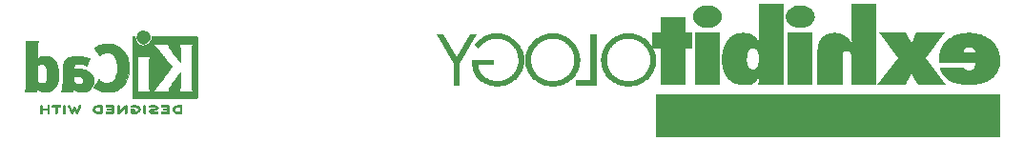
<source format=gbo>
G04 #@! TF.GenerationSoftware,KiCad,Pcbnew,7.0.9*
G04 #@! TF.CreationDate,2023-12-23T22:38:02-05:00*
G04 #@! TF.ProjectId,track_sensor_board,74726163-6b5f-4736-956e-736f725f626f,rev?*
G04 #@! TF.SameCoordinates,Original*
G04 #@! TF.FileFunction,Legend,Bot*
G04 #@! TF.FilePolarity,Positive*
%FSLAX46Y46*%
G04 Gerber Fmt 4.6, Leading zero omitted, Abs format (unit mm)*
G04 Created by KiCad (PCBNEW 7.0.9) date 2023-12-23 22:38:02*
%MOMM*%
%LPD*%
G01*
G04 APERTURE LIST*
%ADD10C,0.010000*%
%ADD11C,2.540000*%
%ADD12C,3.000000*%
%ADD13C,2.780000*%
%ADD14C,4.500000*%
%ADD15R,1.600000X1.600000*%
%ADD16O,1.600000X1.600000*%
%ADD17R,2.600000X2.600000*%
%ADD18C,2.600000*%
%ADD19C,1.600000*%
%ADD20R,2.500000X1.500000*%
%ADD21O,2.500000X1.500000*%
%ADD22R,1.800000X4.400000*%
%ADD23O,1.800000X4.000000*%
%ADD24O,4.000000X1.800000*%
G04 APERTURE END LIST*
G36*
X175992223Y-128845254D02*
G01*
X173783614Y-128845254D01*
X173783614Y-124214120D01*
X175992223Y-124214120D01*
X175992223Y-128845254D01*
G37*
G36*
X167747672Y-128845254D02*
G01*
X165539064Y-128845254D01*
X165539064Y-124214120D01*
X167747672Y-124214120D01*
X167747672Y-128845254D01*
G37*
G36*
X192637820Y-133527318D02*
G01*
X162078448Y-133527318D01*
X162078448Y-129678690D01*
X192637820Y-129678690D01*
X192637820Y-133527318D01*
G37*
G36*
X156778708Y-128903593D02*
G01*
X154961817Y-128903593D01*
X154961817Y-128430386D01*
X156256421Y-128430386D01*
X156256421Y-124329873D01*
X156778708Y-124329873D01*
X156778708Y-128903593D01*
G37*
G36*
X144372528Y-126368090D02*
G01*
X145567125Y-124329873D01*
X146169050Y-124329873D01*
X144632748Y-126938532D01*
X144632748Y-128903593D01*
X144110461Y-128903593D01*
X144110461Y-126938532D01*
X142574153Y-124329873D01*
X143177932Y-124329873D01*
X144372528Y-126368090D01*
G37*
G36*
X164695442Y-124210414D02*
G01*
X165321446Y-124210414D01*
X165321446Y-125599476D01*
X164695442Y-125599476D01*
X164695442Y-128840621D01*
X162484980Y-128840621D01*
X162484980Y-125599476D01*
X161754331Y-125599476D01*
X161754331Y-124210414D01*
X162484980Y-124210414D01*
X162484980Y-122844502D01*
X164695442Y-122844502D01*
X164695442Y-124210414D01*
G37*
G36*
X184531251Y-124710474D02*
G01*
X184652563Y-124950318D01*
X184698286Y-125051257D01*
X184768318Y-125207758D01*
X184861848Y-124963283D01*
X184890874Y-124890907D01*
X184904269Y-124858289D01*
X184916948Y-124828081D01*
X184928932Y-124800303D01*
X184940243Y-124774978D01*
X184950904Y-124752127D01*
X184960935Y-124731773D01*
X185191519Y-124209486D01*
X187707574Y-124209486D01*
X185999027Y-126457914D01*
X187806661Y-128839693D01*
X185334129Y-128839693D01*
X185075764Y-128410936D01*
X185029606Y-128329343D01*
X184984317Y-128247142D01*
X184940070Y-128164420D01*
X184897038Y-128081265D01*
X184855048Y-127997589D01*
X184813926Y-127913305D01*
X184773845Y-127828500D01*
X184734980Y-127743261D01*
X184692383Y-127852881D01*
X184672212Y-127903307D01*
X184652563Y-127950694D01*
X184633261Y-127996186D01*
X184614132Y-128039594D01*
X184604578Y-128060517D01*
X184595003Y-128080918D01*
X184585385Y-128100800D01*
X184575701Y-128120160D01*
X184556746Y-128158548D01*
X184538660Y-128195981D01*
X184504396Y-128268328D01*
X184487872Y-128303908D01*
X184471522Y-128339748D01*
X184438648Y-128411864D01*
X184230288Y-128840621D01*
X181669783Y-128840621D01*
X181668857Y-128839693D01*
X183596875Y-126419946D01*
X181839248Y-124209486D01*
X184283999Y-124209486D01*
X184531251Y-124710474D01*
G37*
G36*
X174951547Y-121769581D02*
G01*
X175014642Y-121773000D01*
X175076742Y-121778697D01*
X175137847Y-121786673D01*
X175197960Y-121796928D01*
X175257080Y-121809462D01*
X175315211Y-121824275D01*
X175372353Y-121841367D01*
X175428507Y-121860738D01*
X175483675Y-121882388D01*
X175537858Y-121906316D01*
X175591058Y-121932524D01*
X175643275Y-121961011D01*
X175694512Y-121991776D01*
X175744769Y-122024821D01*
X175794049Y-122060144D01*
X175839291Y-122096993D01*
X175881605Y-122134944D01*
X175920991Y-122173969D01*
X175957452Y-122214041D01*
X175990988Y-122255134D01*
X176021600Y-122297219D01*
X176049291Y-122340270D01*
X176074061Y-122384260D01*
X176095912Y-122429161D01*
X176114845Y-122474947D01*
X176130861Y-122521590D01*
X176143963Y-122569063D01*
X176154150Y-122617339D01*
X176161426Y-122666391D01*
X176165790Y-122716192D01*
X176167244Y-122766714D01*
X176165790Y-122817187D01*
X176161426Y-122866857D01*
X176154150Y-122915724D01*
X176143963Y-122963788D01*
X176130861Y-123011048D01*
X176114845Y-123057506D01*
X176095912Y-123103160D01*
X176074061Y-123148012D01*
X176049291Y-123192060D01*
X176021600Y-123235305D01*
X175990988Y-123277748D01*
X175957452Y-123319387D01*
X175920991Y-123360223D01*
X175881605Y-123400256D01*
X175839291Y-123439486D01*
X175794049Y-123477914D01*
X175745928Y-123513736D01*
X175696400Y-123547238D01*
X175645513Y-123578421D01*
X175593314Y-123607285D01*
X175539851Y-123633832D01*
X175485172Y-123658064D01*
X175429323Y-123679981D01*
X175372352Y-123699586D01*
X175314307Y-123716879D01*
X175255235Y-123731862D01*
X175195183Y-123744536D01*
X175134200Y-123754902D01*
X175072332Y-123762963D01*
X175009627Y-123768719D01*
X174946133Y-123772172D01*
X174881897Y-123773322D01*
X174817805Y-123772183D01*
X174754710Y-123768764D01*
X174692610Y-123763067D01*
X174631505Y-123755091D01*
X174571392Y-123744836D01*
X174512272Y-123732302D01*
X174454141Y-123717489D01*
X174396999Y-123700397D01*
X174340845Y-123681026D01*
X174285677Y-123659376D01*
X174231494Y-123635447D01*
X174178294Y-123609239D01*
X174126077Y-123580753D01*
X174074840Y-123549987D01*
X174024583Y-123516942D01*
X173975303Y-123481619D01*
X173929541Y-123444201D01*
X173886711Y-123405915D01*
X173846817Y-123366761D01*
X173809860Y-123326739D01*
X173775845Y-123285849D01*
X173744773Y-123244090D01*
X173716648Y-123201463D01*
X173691472Y-123157968D01*
X173669247Y-123113605D01*
X173649977Y-123068373D01*
X173633664Y-123022274D01*
X173620311Y-122975306D01*
X173609921Y-122927470D01*
X173602496Y-122878766D01*
X173598039Y-122829194D01*
X173596552Y-122778753D01*
X173598007Y-122726316D01*
X173602371Y-122674919D01*
X173609646Y-122624561D01*
X173619834Y-122575241D01*
X173632935Y-122526958D01*
X173648952Y-122479709D01*
X173667885Y-122433494D01*
X173689735Y-122388311D01*
X173714506Y-122344160D01*
X173742196Y-122301038D01*
X173772809Y-122258944D01*
X173806345Y-122217877D01*
X173842805Y-122177835D01*
X173882192Y-122138817D01*
X173924505Y-122100823D01*
X173969748Y-122063849D01*
X174017127Y-122028026D01*
X174065850Y-121994525D01*
X174115912Y-121963342D01*
X174167313Y-121934478D01*
X174220048Y-121907931D01*
X174274115Y-121883700D01*
X174329511Y-121861783D01*
X174386235Y-121842178D01*
X174444282Y-121824885D01*
X174503650Y-121809902D01*
X174564337Y-121797228D01*
X174626340Y-121786861D01*
X174689656Y-121778801D01*
X174754282Y-121773045D01*
X174820216Y-121769592D01*
X174887455Y-121768442D01*
X174951547Y-121769581D01*
G37*
G36*
X166706999Y-121769581D02*
G01*
X166770095Y-121773000D01*
X166832194Y-121778697D01*
X166893300Y-121786673D01*
X166953412Y-121796928D01*
X167012533Y-121809462D01*
X167070664Y-121824275D01*
X167127806Y-121841367D01*
X167183960Y-121860738D01*
X167239128Y-121882388D01*
X167293311Y-121906316D01*
X167346511Y-121932524D01*
X167398729Y-121961011D01*
X167449965Y-121991776D01*
X167500223Y-122024821D01*
X167549502Y-122060144D01*
X167594745Y-122096993D01*
X167637058Y-122134944D01*
X167676445Y-122173969D01*
X167712905Y-122214041D01*
X167746441Y-122255134D01*
X167777053Y-122297219D01*
X167804744Y-122340270D01*
X167829514Y-122384260D01*
X167851365Y-122429161D01*
X167870298Y-122474947D01*
X167886314Y-122521590D01*
X167899415Y-122569063D01*
X167909603Y-122617339D01*
X167916878Y-122666391D01*
X167921242Y-122716192D01*
X167922696Y-122766714D01*
X167921242Y-122817187D01*
X167916878Y-122866857D01*
X167909603Y-122915724D01*
X167899415Y-122963788D01*
X167886314Y-123011048D01*
X167870298Y-123057506D01*
X167851365Y-123103160D01*
X167829514Y-123148012D01*
X167804744Y-123192060D01*
X167777053Y-123235305D01*
X167746441Y-123277748D01*
X167712905Y-123319387D01*
X167676445Y-123360223D01*
X167637058Y-123400256D01*
X167594745Y-123439486D01*
X167549502Y-123477914D01*
X167501381Y-123513736D01*
X167451854Y-123547238D01*
X167400967Y-123578421D01*
X167348768Y-123607285D01*
X167295305Y-123633832D01*
X167240626Y-123658064D01*
X167184777Y-123679981D01*
X167127806Y-123699586D01*
X167069761Y-123716879D01*
X167010689Y-123731862D01*
X166950637Y-123744536D01*
X166889654Y-123754902D01*
X166827786Y-123762963D01*
X166765081Y-123768719D01*
X166701587Y-123772172D01*
X166637350Y-123773322D01*
X166573258Y-123772183D01*
X166510162Y-123768764D01*
X166448062Y-123763067D01*
X166386957Y-123755091D01*
X166326844Y-123744836D01*
X166267723Y-123732302D01*
X166209593Y-123717489D01*
X166152451Y-123700397D01*
X166096297Y-123681026D01*
X166041129Y-123659376D01*
X165986946Y-123635447D01*
X165933746Y-123609239D01*
X165881529Y-123580753D01*
X165830292Y-123549987D01*
X165780035Y-123516942D01*
X165730756Y-123481619D01*
X165684993Y-123444201D01*
X165642163Y-123405915D01*
X165602269Y-123366761D01*
X165565313Y-123326739D01*
X165531297Y-123285849D01*
X165500226Y-123244090D01*
X165472100Y-123201463D01*
X165446924Y-123157968D01*
X165424699Y-123113605D01*
X165405429Y-123068373D01*
X165389116Y-123022274D01*
X165375763Y-122975306D01*
X165365373Y-122927470D01*
X165357948Y-122878766D01*
X165353491Y-122829194D01*
X165352005Y-122778753D01*
X165353459Y-122726316D01*
X165357823Y-122674919D01*
X165365098Y-122624561D01*
X165375286Y-122575241D01*
X165388387Y-122526958D01*
X165404403Y-122479709D01*
X165423336Y-122433494D01*
X165445187Y-122388311D01*
X165469957Y-122344160D01*
X165497647Y-122301038D01*
X165528260Y-122258944D01*
X165561796Y-122217877D01*
X165598256Y-122177835D01*
X165637642Y-122138817D01*
X165679956Y-122100823D01*
X165725199Y-122063849D01*
X165772578Y-122028026D01*
X165821301Y-121994525D01*
X165871364Y-121963342D01*
X165922764Y-121934478D01*
X165975499Y-121907931D01*
X166029567Y-121883700D01*
X166084963Y-121861783D01*
X166141687Y-121842178D01*
X166199734Y-121824885D01*
X166259102Y-121809902D01*
X166319789Y-121797228D01*
X166381792Y-121786861D01*
X166445108Y-121778801D01*
X166509734Y-121773045D01*
X166575668Y-121769592D01*
X166642907Y-121768442D01*
X166706999Y-121769581D01*
G37*
G36*
X181656818Y-128840621D02*
G01*
X179446357Y-128840621D01*
X179446357Y-126506071D01*
X179445906Y-126464112D01*
X179444555Y-126423487D01*
X179442302Y-126384196D01*
X179439147Y-126346240D01*
X179435090Y-126309618D01*
X179430131Y-126274330D01*
X179424269Y-126240376D01*
X179417505Y-126207756D01*
X179409836Y-126176469D01*
X179401264Y-126146515D01*
X179391788Y-126117894D01*
X179381407Y-126090606D01*
X179370121Y-126064651D01*
X179357931Y-126040029D01*
X179344835Y-126016739D01*
X179330833Y-125994781D01*
X179315925Y-125974155D01*
X179300110Y-125954861D01*
X179283389Y-125936899D01*
X179265760Y-125920269D01*
X179247224Y-125904970D01*
X179227780Y-125891002D01*
X179207428Y-125878366D01*
X179186167Y-125867060D01*
X179163998Y-125857085D01*
X179140919Y-125848440D01*
X179116931Y-125841126D01*
X179092033Y-125835142D01*
X179066225Y-125830488D01*
X179039506Y-125827164D01*
X179011876Y-125825170D01*
X178983335Y-125824505D01*
X178958972Y-125824993D01*
X178935541Y-125826457D01*
X178913041Y-125828894D01*
X178891469Y-125832304D01*
X178870826Y-125836685D01*
X178860851Y-125839240D01*
X178851109Y-125842037D01*
X178841597Y-125845075D01*
X178832317Y-125848356D01*
X178823267Y-125851879D01*
X178814449Y-125855643D01*
X178805861Y-125859649D01*
X178797503Y-125863896D01*
X178789376Y-125868384D01*
X178781478Y-125873113D01*
X178773811Y-125878083D01*
X178766374Y-125883293D01*
X178759166Y-125888744D01*
X178752187Y-125894435D01*
X178745438Y-125900366D01*
X178738917Y-125906537D01*
X178732626Y-125912948D01*
X178726564Y-125919599D01*
X178720730Y-125926489D01*
X178715124Y-125933618D01*
X178709747Y-125940986D01*
X178704597Y-125948594D01*
X178695004Y-125964970D01*
X178686020Y-125982843D01*
X178677647Y-126002214D01*
X178669885Y-126023083D01*
X178662736Y-126045449D01*
X178656202Y-126069312D01*
X178650284Y-126094674D01*
X178644983Y-126121533D01*
X178640300Y-126149889D01*
X178636238Y-126179743D01*
X178632797Y-126211095D01*
X178629978Y-126243944D01*
X178626214Y-126314135D01*
X178624957Y-126390317D01*
X178624957Y-128840621D01*
X176413569Y-128840621D01*
X176413569Y-125749494D01*
X176415142Y-125660095D01*
X176419863Y-125573172D01*
X176427731Y-125488725D01*
X176438746Y-125406757D01*
X176452908Y-125327269D01*
X176470217Y-125250262D01*
X176490673Y-125175737D01*
X176514276Y-125103696D01*
X176541026Y-125034140D01*
X176570924Y-124967071D01*
X176603968Y-124902489D01*
X176640160Y-124840397D01*
X176679498Y-124780795D01*
X176721984Y-124723685D01*
X176767617Y-124669068D01*
X176816396Y-124616946D01*
X176867304Y-124567667D01*
X176920707Y-124521576D01*
X176976606Y-124478674D01*
X177035000Y-124438958D01*
X177095891Y-124402427D01*
X177159278Y-124369080D01*
X177225161Y-124338915D01*
X177293540Y-124311931D01*
X177364414Y-124288127D01*
X177437785Y-124267501D01*
X177513652Y-124250052D01*
X177592014Y-124235778D01*
X177672873Y-124224679D01*
X177756228Y-124216753D01*
X177842078Y-124211998D01*
X177930425Y-124210414D01*
X178057481Y-124214244D01*
X178119545Y-124219033D01*
X178180634Y-124225737D01*
X178240747Y-124234356D01*
X178299885Y-124244891D01*
X178358048Y-124257341D01*
X178415237Y-124271706D01*
X178471452Y-124287987D01*
X178526694Y-124306183D01*
X178580962Y-124326294D01*
X178634257Y-124348321D01*
X178686579Y-124372264D01*
X178737930Y-124398121D01*
X178788308Y-124425895D01*
X178837715Y-124455583D01*
X178886150Y-124487187D01*
X178933615Y-124520706D01*
X178980109Y-124556141D01*
X179025632Y-124593491D01*
X179070186Y-124632756D01*
X179113770Y-124673937D01*
X179156385Y-124717033D01*
X179198032Y-124762045D01*
X179238709Y-124808972D01*
X179278419Y-124857814D01*
X179354934Y-124961245D01*
X179427581Y-125072338D01*
X179496362Y-125191092D01*
X179490805Y-125142966D01*
X179485249Y-125097097D01*
X179479692Y-125053313D01*
X179474136Y-125011439D01*
X179468928Y-124970997D01*
X179464413Y-124931684D01*
X179460593Y-124893586D01*
X179457468Y-124856790D01*
X179454864Y-124816334D01*
X179452607Y-124767196D01*
X179450697Y-124709376D01*
X179449134Y-124642875D01*
X179447528Y-124568242D01*
X179446704Y-124484754D01*
X179446357Y-124291905D01*
X179446357Y-121606385D01*
X181656818Y-121606385D01*
X181656818Y-128840621D01*
G37*
G36*
X148058037Y-124252480D02*
G01*
X148182190Y-124261884D01*
X148304538Y-124277357D01*
X148424927Y-124298735D01*
X148543204Y-124325852D01*
X148659216Y-124358545D01*
X148772808Y-124396649D01*
X148883827Y-124440001D01*
X148992120Y-124488435D01*
X149097533Y-124541788D01*
X149199911Y-124599896D01*
X149299103Y-124662593D01*
X149394953Y-124729715D01*
X149487309Y-124801099D01*
X149576016Y-124876580D01*
X149660921Y-124955994D01*
X149741871Y-125039176D01*
X149818711Y-125125962D01*
X149891289Y-125216188D01*
X149959450Y-125309689D01*
X150023042Y-125406302D01*
X150081909Y-125505861D01*
X150135899Y-125608203D01*
X150184859Y-125713163D01*
X150228633Y-125820577D01*
X150267070Y-125930280D01*
X150300014Y-126042109D01*
X150327314Y-126155899D01*
X150348814Y-126271485D01*
X150364361Y-126388704D01*
X150373802Y-126507391D01*
X150376984Y-126627382D01*
X150373801Y-126747304D01*
X150364359Y-126865790D01*
X150348817Y-126982684D01*
X150327335Y-127097831D01*
X150300074Y-127211076D01*
X150267192Y-127322263D01*
X150228849Y-127431236D01*
X150185206Y-127537840D01*
X150136421Y-127641920D01*
X150082655Y-127743320D01*
X150024067Y-127841885D01*
X149960818Y-127937458D01*
X149893066Y-128029885D01*
X149820971Y-128119010D01*
X149744694Y-128204678D01*
X149664394Y-128286733D01*
X149580230Y-128365020D01*
X149492363Y-128439382D01*
X149400951Y-128509666D01*
X149306156Y-128575714D01*
X149208137Y-128637372D01*
X149107052Y-128694485D01*
X149003063Y-128746896D01*
X148896328Y-128794450D01*
X148787008Y-128836992D01*
X148675263Y-128874366D01*
X148561251Y-128906417D01*
X148445133Y-128932989D01*
X148327068Y-128953927D01*
X148207217Y-128969075D01*
X148085738Y-128978278D01*
X147962792Y-128981380D01*
X147840426Y-128978131D01*
X147718369Y-128968455D01*
X147596952Y-128952458D01*
X147476506Y-128930245D01*
X147357362Y-128901923D01*
X147239852Y-128867596D01*
X147124306Y-128827372D01*
X147011054Y-128781355D01*
X146900429Y-128729652D01*
X146792762Y-128672368D01*
X146688382Y-128609609D01*
X146587621Y-128541482D01*
X146490811Y-128468090D01*
X146398282Y-128389542D01*
X146310365Y-128305942D01*
X146227391Y-128217396D01*
X146151152Y-128126109D01*
X146082946Y-128034134D01*
X146022364Y-127941344D01*
X145968996Y-127847616D01*
X145922433Y-127752824D01*
X145882263Y-127656844D01*
X145848079Y-127559551D01*
X145819470Y-127460820D01*
X145796027Y-127360526D01*
X145777339Y-127258545D01*
X145762998Y-127154751D01*
X145752593Y-127049021D01*
X145745715Y-126941229D01*
X145741954Y-126831249D01*
X145740901Y-126718959D01*
X145742146Y-126604232D01*
X145743070Y-126602378D01*
X147696092Y-126602378D01*
X147696092Y-127075585D01*
X146302399Y-127075585D01*
X146304886Y-127154404D01*
X146312239Y-127231604D01*
X146324291Y-127307125D01*
X146340877Y-127380910D01*
X146361833Y-127452900D01*
X146386992Y-127523039D01*
X146416191Y-127591269D01*
X146449264Y-127657531D01*
X146486045Y-127721767D01*
X146526370Y-127783921D01*
X146570074Y-127843933D01*
X146616990Y-127901747D01*
X146666955Y-127957304D01*
X146719802Y-128010547D01*
X146775368Y-128061418D01*
X146833486Y-128109859D01*
X146893991Y-128155812D01*
X146956719Y-128199219D01*
X147088180Y-128278165D01*
X147226549Y-128346235D01*
X147370504Y-128402965D01*
X147518724Y-128447894D01*
X147669887Y-128480559D01*
X147822672Y-128500497D01*
X147899261Y-128505549D01*
X147975759Y-128507246D01*
X148067984Y-128504367D01*
X148160104Y-128495891D01*
X148251885Y-128482060D01*
X148343092Y-128463115D01*
X148433491Y-128439297D01*
X148522847Y-128410848D01*
X148610925Y-128378009D01*
X148697491Y-128341022D01*
X148782309Y-128300129D01*
X148865146Y-128255570D01*
X148945766Y-128207587D01*
X149023935Y-128156422D01*
X149099418Y-128102316D01*
X149171980Y-128045510D01*
X149241388Y-127986247D01*
X149307405Y-127924767D01*
X149370932Y-127858668D01*
X149430891Y-127789990D01*
X149487210Y-127718868D01*
X149539814Y-127645435D01*
X149588631Y-127569827D01*
X149633587Y-127492177D01*
X149674609Y-127412620D01*
X149711624Y-127331290D01*
X149744558Y-127248321D01*
X149773339Y-127163848D01*
X149797893Y-127078005D01*
X149818147Y-126990926D01*
X149834028Y-126902746D01*
X149845462Y-126813599D01*
X149852376Y-126723618D01*
X149854697Y-126632939D01*
X149852236Y-126536777D01*
X149844930Y-126441632D01*
X149832893Y-126347639D01*
X149816239Y-126254931D01*
X149795082Y-126163641D01*
X149769536Y-126073903D01*
X149739715Y-125985849D01*
X149705734Y-125899615D01*
X149667706Y-125815332D01*
X149625746Y-125733135D01*
X149579968Y-125653157D01*
X149530486Y-125575531D01*
X149477413Y-125500391D01*
X149420865Y-125427870D01*
X149360955Y-125358102D01*
X149297798Y-125291220D01*
X149231507Y-125227357D01*
X149162196Y-125166648D01*
X149089980Y-125109225D01*
X149014973Y-125055222D01*
X148937289Y-125004772D01*
X148857042Y-124958010D01*
X148774346Y-124915067D01*
X148689316Y-124876078D01*
X148602065Y-124841177D01*
X148512707Y-124810496D01*
X148421357Y-124784169D01*
X148328129Y-124762329D01*
X148233137Y-124745110D01*
X148136495Y-124732646D01*
X148038317Y-124725070D01*
X147938717Y-124722515D01*
X147874426Y-124723453D01*
X147811080Y-124726255D01*
X147748674Y-124730903D01*
X147687204Y-124737377D01*
X147626666Y-124745658D01*
X147567054Y-124755728D01*
X147508364Y-124767568D01*
X147450592Y-124781159D01*
X147393733Y-124796482D01*
X147337782Y-124813519D01*
X147282735Y-124832251D01*
X147228587Y-124852658D01*
X147175333Y-124874722D01*
X147122970Y-124898424D01*
X147020895Y-124950668D01*
X146922325Y-125009239D01*
X146827224Y-125073985D01*
X146735555Y-125144758D01*
X146647281Y-125221405D01*
X146562365Y-125303777D01*
X146480772Y-125391722D01*
X146402463Y-125485092D01*
X146327404Y-125583733D01*
X145947726Y-125238320D01*
X146043092Y-125123135D01*
X146142349Y-125014497D01*
X146245483Y-124912527D01*
X146352479Y-124817348D01*
X146463322Y-124729081D01*
X146577997Y-124647850D01*
X146696490Y-124573775D01*
X146818784Y-124506980D01*
X146944866Y-124447585D01*
X147074721Y-124395714D01*
X147208333Y-124351488D01*
X147345687Y-124315029D01*
X147486770Y-124286460D01*
X147631565Y-124265902D01*
X147780058Y-124253478D01*
X147932233Y-124249309D01*
X148058037Y-124252480D01*
G37*
G36*
X173411344Y-128840621D02*
G01*
X171150877Y-128840621D01*
X171149950Y-128840622D01*
X171177732Y-128455389D01*
X171180510Y-128434872D01*
X171183288Y-128412097D01*
X171186066Y-128386892D01*
X171188844Y-128359081D01*
X171191622Y-128329043D01*
X171194401Y-128295879D01*
X171197179Y-128259590D01*
X171199957Y-128220176D01*
X171160370Y-128270487D01*
X171120795Y-128318640D01*
X171081241Y-128364643D01*
X171041720Y-128408509D01*
X171002242Y-128450248D01*
X170962818Y-128489870D01*
X170923459Y-128527388D01*
X170884177Y-128562811D01*
X170845372Y-128596282D01*
X170806751Y-128627952D01*
X170768326Y-128657842D01*
X170730107Y-128685974D01*
X170692105Y-128712370D01*
X170654331Y-128737051D01*
X170616795Y-128760040D01*
X170579509Y-128781357D01*
X170502031Y-128795641D01*
X170420331Y-128807951D01*
X170334442Y-128818307D01*
X170244398Y-128826732D01*
X170150229Y-128833247D01*
X170051969Y-128837874D01*
X169949651Y-128840634D01*
X169843306Y-128841549D01*
X169732843Y-128839205D01*
X169625438Y-128832173D01*
X169521092Y-128820453D01*
X169419801Y-128804044D01*
X169321565Y-128782948D01*
X169226383Y-128757164D01*
X169134253Y-128726691D01*
X169045174Y-128691530D01*
X168959144Y-128651682D01*
X168876162Y-128607145D01*
X168796227Y-128557920D01*
X168719337Y-128504007D01*
X168645491Y-128445406D01*
X168574688Y-128382117D01*
X168506926Y-128314139D01*
X168442203Y-128241474D01*
X168380304Y-128165475D01*
X168322397Y-128086360D01*
X168268484Y-128003987D01*
X168218565Y-127918213D01*
X168172639Y-127828896D01*
X168130707Y-127735894D01*
X168092769Y-127639063D01*
X168058824Y-127538262D01*
X168028872Y-127433347D01*
X168002914Y-127324178D01*
X167980949Y-127210610D01*
X167962979Y-127092503D01*
X167949001Y-126969712D01*
X167939017Y-126842097D01*
X167933027Y-126709514D01*
X167931030Y-126571821D01*
X167931211Y-126558855D01*
X170145196Y-126558855D01*
X170145727Y-126613804D01*
X170147322Y-126667006D01*
X170149981Y-126718462D01*
X170153702Y-126768171D01*
X170158486Y-126816133D01*
X170164333Y-126862349D01*
X170171242Y-126906819D01*
X170179213Y-126949543D01*
X170188247Y-126990521D01*
X170198342Y-127029753D01*
X170209500Y-127067240D01*
X170221719Y-127102982D01*
X170234999Y-127136978D01*
X170249341Y-127169230D01*
X170264744Y-127199736D01*
X170281208Y-127228498D01*
X170298732Y-127255516D01*
X170317318Y-127280789D01*
X170336963Y-127304318D01*
X170357669Y-127326103D01*
X170379435Y-127346145D01*
X170402261Y-127364443D01*
X170426147Y-127380997D01*
X170451093Y-127395808D01*
X170477097Y-127408876D01*
X170504161Y-127420201D01*
X170532285Y-127429783D01*
X170561467Y-127437623D01*
X170591708Y-127443720D01*
X170623007Y-127448075D01*
X170655365Y-127450688D01*
X170688781Y-127451559D01*
X170720230Y-127450557D01*
X170750681Y-127447563D01*
X170780134Y-127442591D01*
X170808588Y-127435657D01*
X170836044Y-127426774D01*
X170862501Y-127415959D01*
X170887960Y-127403225D01*
X170912421Y-127388588D01*
X170935883Y-127372063D01*
X170958347Y-127353664D01*
X170979812Y-127333407D01*
X171000279Y-127311307D01*
X171019748Y-127287378D01*
X171038218Y-127261635D01*
X171072163Y-127204769D01*
X171102115Y-127140827D01*
X171128073Y-127069929D01*
X171150037Y-126992194D01*
X171168008Y-126907741D01*
X171181986Y-126816691D01*
X171191970Y-126719162D01*
X171197960Y-126615273D01*
X171199957Y-126505144D01*
X171199474Y-126449425D01*
X171198025Y-126395474D01*
X171195611Y-126343292D01*
X171192230Y-126292878D01*
X171187884Y-126244234D01*
X171182572Y-126197359D01*
X171176294Y-126152252D01*
X171169050Y-126108914D01*
X171160841Y-126067346D01*
X171151665Y-126027546D01*
X171141524Y-125989515D01*
X171130417Y-125953253D01*
X171118344Y-125918760D01*
X171105305Y-125886035D01*
X171091301Y-125855080D01*
X171076330Y-125825893D01*
X171060394Y-125798475D01*
X171043492Y-125772827D01*
X171025624Y-125748947D01*
X171006790Y-125726836D01*
X170986991Y-125706494D01*
X170966225Y-125687920D01*
X170944494Y-125671116D01*
X170921797Y-125656080D01*
X170898134Y-125642814D01*
X170873505Y-125631316D01*
X170847911Y-125621587D01*
X170821350Y-125613627D01*
X170793824Y-125607436D01*
X170765332Y-125603014D01*
X170735874Y-125600361D01*
X170705450Y-125599476D01*
X170671009Y-125600415D01*
X170637658Y-125603230D01*
X170605398Y-125607923D01*
X170574229Y-125614492D01*
X170544152Y-125622937D01*
X170515166Y-125633257D01*
X170487272Y-125645453D01*
X170460469Y-125659524D01*
X170434759Y-125675470D01*
X170410140Y-125693290D01*
X170386614Y-125712984D01*
X170364181Y-125734552D01*
X170342840Y-125757993D01*
X170322592Y-125783307D01*
X170303437Y-125810493D01*
X170285375Y-125839552D01*
X170252532Y-125903286D01*
X170224063Y-125974505D01*
X170199970Y-126053206D01*
X170180255Y-126139387D01*
X170164919Y-126233045D01*
X170153962Y-126334178D01*
X170147388Y-126442782D01*
X170145196Y-126558855D01*
X167931211Y-126558855D01*
X167932962Y-126433501D01*
X167938757Y-126299131D01*
X167948415Y-126168711D01*
X167961937Y-126042241D01*
X167979322Y-125919721D01*
X168000570Y-125801152D01*
X168025682Y-125686532D01*
X168054657Y-125575863D01*
X168087496Y-125469144D01*
X168124197Y-125366375D01*
X168164762Y-125267557D01*
X168209190Y-125172688D01*
X168257482Y-125081770D01*
X168309636Y-124994801D01*
X168365654Y-124911783D01*
X168425536Y-124832715D01*
X168488933Y-124757521D01*
X168555502Y-124687169D01*
X168625241Y-124621660D01*
X168698154Y-124560994D01*
X168774240Y-124505174D01*
X168853503Y-124454201D01*
X168935942Y-124408076D01*
X169021560Y-124366800D01*
X169110357Y-124330375D01*
X169202335Y-124298803D01*
X169297496Y-124272084D01*
X169395840Y-124250220D01*
X169497369Y-124233212D01*
X169602085Y-124221062D01*
X169709989Y-124213771D01*
X169821081Y-124211340D01*
X169880865Y-124212013D01*
X169939367Y-124214030D01*
X169996586Y-124217390D01*
X170052520Y-124222091D01*
X170107168Y-124228133D01*
X170160529Y-124235513D01*
X170212600Y-124244231D01*
X170263382Y-124254286D01*
X170312873Y-124265675D01*
X170361070Y-124278397D01*
X170407974Y-124292452D01*
X170453582Y-124307837D01*
X170497893Y-124324552D01*
X170540907Y-124342595D01*
X170582620Y-124361964D01*
X170623033Y-124382659D01*
X170661548Y-124405502D01*
X170700000Y-124430274D01*
X170738392Y-124456972D01*
X170776727Y-124485594D01*
X170815008Y-124516136D01*
X170853238Y-124548597D01*
X170891418Y-124582973D01*
X170929553Y-124619262D01*
X170967644Y-124657460D01*
X171005694Y-124697566D01*
X171043707Y-124739577D01*
X171081684Y-124783489D01*
X171119629Y-124829301D01*
X171157543Y-124877009D01*
X171195431Y-124926610D01*
X171233294Y-124978103D01*
X171218709Y-124775806D01*
X171208291Y-124585576D01*
X171204645Y-124494959D01*
X171202040Y-124407327D01*
X171200478Y-124322668D01*
X171199957Y-124240972D01*
X171208291Y-121606385D01*
X173411344Y-121606385D01*
X173411344Y-126505144D01*
X173411344Y-128840621D01*
G37*
G36*
X162078448Y-126622752D02*
G01*
X162075230Y-126745297D01*
X162065683Y-126866105D01*
X162049968Y-126985036D01*
X162028246Y-127101947D01*
X162000677Y-127216699D01*
X161967423Y-127329149D01*
X161928643Y-127439156D01*
X161884500Y-127546579D01*
X161835152Y-127651277D01*
X161780762Y-127753109D01*
X161721490Y-127851933D01*
X161657496Y-127947608D01*
X161588942Y-128039992D01*
X161515988Y-128128946D01*
X161438795Y-128214326D01*
X161357524Y-128295993D01*
X161272335Y-128373804D01*
X161183389Y-128447619D01*
X161090847Y-128517296D01*
X160994870Y-128582695D01*
X160895618Y-128643673D01*
X160793252Y-128700090D01*
X160687933Y-128751804D01*
X160579822Y-128798674D01*
X160469079Y-128840559D01*
X160355866Y-128877318D01*
X160240342Y-128908809D01*
X160122669Y-128934891D01*
X160003007Y-128955423D01*
X159881517Y-128970263D01*
X159758361Y-128979271D01*
X159633697Y-128982305D01*
X159509034Y-128979271D01*
X159385877Y-128970263D01*
X159264387Y-128955423D01*
X159144725Y-128934891D01*
X159027052Y-128908809D01*
X158911528Y-128877318D01*
X158798315Y-128840559D01*
X158687572Y-128798674D01*
X158579460Y-128751804D01*
X158474142Y-128700090D01*
X158371776Y-128643673D01*
X158272524Y-128582695D01*
X158176547Y-128517297D01*
X158084005Y-128447620D01*
X157995059Y-128373805D01*
X157909870Y-128295993D01*
X157828599Y-128214327D01*
X157751406Y-128128946D01*
X157678452Y-128039993D01*
X157609898Y-127947608D01*
X157545905Y-127851933D01*
X157486632Y-127753110D01*
X157432242Y-127651278D01*
X157382895Y-127546580D01*
X157338751Y-127439157D01*
X157299972Y-127329149D01*
X157266717Y-127216699D01*
X157239149Y-127101948D01*
X157217427Y-126985036D01*
X157201712Y-126866105D01*
X157192165Y-126745297D01*
X157188947Y-126622752D01*
X157189118Y-126616270D01*
X157711234Y-126616270D01*
X157713729Y-126712463D01*
X157721135Y-126807531D01*
X157733331Y-126901348D01*
X157750198Y-126993787D01*
X157771618Y-127084722D01*
X157797469Y-127174025D01*
X157827633Y-127261572D01*
X157861991Y-127347235D01*
X157900422Y-127430887D01*
X157942806Y-127512402D01*
X157989026Y-127591654D01*
X158038960Y-127668517D01*
X158092490Y-127742863D01*
X158149496Y-127814566D01*
X158209858Y-127883500D01*
X158273457Y-127949538D01*
X158340173Y-128012553D01*
X158409887Y-128072420D01*
X158482479Y-128129012D01*
X158557829Y-128182202D01*
X158635819Y-128231863D01*
X158716328Y-128277870D01*
X158799238Y-128320096D01*
X158884427Y-128358414D01*
X158971778Y-128392697D01*
X159061170Y-128422820D01*
X159152484Y-128448656D01*
X159245600Y-128470078D01*
X159340399Y-128486959D01*
X159436761Y-128499174D01*
X159534567Y-128506596D01*
X159633697Y-128509098D01*
X159732828Y-128506596D01*
X159830633Y-128499174D01*
X159926996Y-128486959D01*
X160021795Y-128470078D01*
X160114911Y-128448656D01*
X160206225Y-128422820D01*
X160295617Y-128392697D01*
X160382968Y-128358414D01*
X160468157Y-128320096D01*
X160551067Y-128277870D01*
X160631576Y-128231863D01*
X160709566Y-128182202D01*
X160784916Y-128129012D01*
X160857508Y-128072420D01*
X160927222Y-128012553D01*
X160993938Y-127949538D01*
X161057537Y-127883500D01*
X161117899Y-127814566D01*
X161174905Y-127742863D01*
X161228435Y-127668517D01*
X161278369Y-127591654D01*
X161324588Y-127512402D01*
X161366973Y-127430887D01*
X161405404Y-127347235D01*
X161439762Y-127261572D01*
X161469926Y-127174025D01*
X161495777Y-127084722D01*
X161517196Y-126993787D01*
X161534064Y-126901348D01*
X161546260Y-126807531D01*
X161553666Y-126712463D01*
X161556161Y-126616270D01*
X161553700Y-126519588D01*
X161546392Y-126424093D01*
X161534352Y-126329908D01*
X161517690Y-126237157D01*
X161496521Y-126145963D01*
X161470957Y-126056450D01*
X161441111Y-125968742D01*
X161407097Y-125882960D01*
X161369026Y-125799230D01*
X161327012Y-125717675D01*
X161281169Y-125638417D01*
X161231608Y-125561580D01*
X161178443Y-125487289D01*
X161121786Y-125415666D01*
X161061752Y-125346834D01*
X160998451Y-125280917D01*
X160931999Y-125218039D01*
X160862506Y-125158324D01*
X160790087Y-125101893D01*
X160714854Y-125048872D01*
X160636921Y-124999382D01*
X160556400Y-124953549D01*
X160473403Y-124911495D01*
X160388045Y-124873343D01*
X160300437Y-124839218D01*
X160210694Y-124809242D01*
X160118927Y-124783539D01*
X160025250Y-124762233D01*
X159929776Y-124745446D01*
X159832617Y-124733303D01*
X159733886Y-124725926D01*
X159633697Y-124723440D01*
X159533509Y-124725942D01*
X159434778Y-124733364D01*
X159337619Y-124745579D01*
X159242145Y-124762460D01*
X159148468Y-124783882D01*
X159056701Y-124809718D01*
X158966957Y-124839841D01*
X158879350Y-124874124D01*
X158793992Y-124912442D01*
X158710995Y-124954668D01*
X158630474Y-125000675D01*
X158552540Y-125050336D01*
X158477308Y-125103526D01*
X158404889Y-125160118D01*
X158335396Y-125219985D01*
X158268944Y-125283001D01*
X158205643Y-125349039D01*
X158145609Y-125417973D01*
X158088952Y-125489676D01*
X158035787Y-125564022D01*
X157986226Y-125640884D01*
X157940382Y-125720136D01*
X157898369Y-125801652D01*
X157860298Y-125885304D01*
X157826284Y-125970967D01*
X157796438Y-126058513D01*
X157770874Y-126147817D01*
X157749705Y-126238752D01*
X157733043Y-126331191D01*
X157721002Y-126425008D01*
X157713695Y-126520076D01*
X157711234Y-126616270D01*
X157189118Y-126616270D01*
X157192165Y-126500661D01*
X157201712Y-126380179D01*
X157217427Y-126261454D01*
X157239149Y-126144634D01*
X157266717Y-126029869D01*
X157299972Y-125917307D01*
X157338751Y-125807097D01*
X157382895Y-125699388D01*
X157432242Y-125594327D01*
X157486632Y-125492065D01*
X157545905Y-125392749D01*
X157609898Y-125296529D01*
X157678452Y-125203553D01*
X157751406Y-125113969D01*
X157828599Y-125027927D01*
X157909870Y-124945575D01*
X157995059Y-124867062D01*
X158084005Y-124792537D01*
X158176547Y-124722148D01*
X158272524Y-124656044D01*
X158371776Y-124594374D01*
X158474142Y-124537286D01*
X158579460Y-124484930D01*
X158687572Y-124437453D01*
X158798315Y-124395005D01*
X158911528Y-124357734D01*
X159027052Y-124325789D01*
X159144725Y-124299319D01*
X159264387Y-124278472D01*
X159385877Y-124263398D01*
X159509034Y-124254244D01*
X159633697Y-124251160D01*
X159758361Y-124254228D01*
X159881517Y-124263337D01*
X160003007Y-124278340D01*
X160122669Y-124299091D01*
X160240342Y-124325446D01*
X160355866Y-124357258D01*
X160469079Y-124394382D01*
X160579822Y-124436672D01*
X160687933Y-124483982D01*
X160793252Y-124536167D01*
X160895618Y-124593081D01*
X160994870Y-124654579D01*
X161090847Y-124720515D01*
X161183389Y-124790742D01*
X161272335Y-124865116D01*
X161357524Y-124943491D01*
X161438795Y-125025722D01*
X161515988Y-125111661D01*
X161588942Y-125201165D01*
X161657496Y-125294087D01*
X161721490Y-125390281D01*
X161780762Y-125489603D01*
X161835152Y-125591905D01*
X161884500Y-125697043D01*
X161928643Y-125804871D01*
X161967423Y-125915244D01*
X162000677Y-126028015D01*
X162028246Y-126143039D01*
X162049968Y-126260170D01*
X162065683Y-126379263D01*
X162075230Y-126500172D01*
X162078278Y-126616270D01*
X162078448Y-126622752D01*
G37*
G36*
X155347049Y-126622752D02*
G01*
X155343831Y-126745297D01*
X155334285Y-126866105D01*
X155318570Y-126985036D01*
X155296848Y-127101947D01*
X155269279Y-127216699D01*
X155236025Y-127329149D01*
X155197245Y-127439156D01*
X155153102Y-127546579D01*
X155103754Y-127651277D01*
X155049364Y-127753109D01*
X154990092Y-127851933D01*
X154926099Y-127947608D01*
X154857545Y-128039992D01*
X154784591Y-128128946D01*
X154707398Y-128214326D01*
X154626127Y-128295993D01*
X154540938Y-128373804D01*
X154451992Y-128447619D01*
X154359450Y-128517296D01*
X154263473Y-128582695D01*
X154164221Y-128643673D01*
X154061856Y-128700090D01*
X153956537Y-128751804D01*
X153848426Y-128798674D01*
X153737683Y-128840559D01*
X153624470Y-128877318D01*
X153508946Y-128908809D01*
X153391273Y-128934891D01*
X153271611Y-128955423D01*
X153150122Y-128970263D01*
X153026965Y-128979271D01*
X152902302Y-128982305D01*
X152777638Y-128979271D01*
X152654481Y-128970263D01*
X152532992Y-128955423D01*
X152413330Y-128934891D01*
X152295656Y-128908809D01*
X152180133Y-128877318D01*
X152066919Y-128840559D01*
X151956176Y-128798674D01*
X151848065Y-128751804D01*
X151742746Y-128700090D01*
X151640380Y-128643673D01*
X151541128Y-128582695D01*
X151445151Y-128517297D01*
X151352609Y-128447620D01*
X151263663Y-128373805D01*
X151178475Y-128295993D01*
X151097203Y-128214327D01*
X151020010Y-128128946D01*
X150947056Y-128039993D01*
X150878502Y-127947608D01*
X150814509Y-127851933D01*
X150755237Y-127753110D01*
X150700847Y-127651278D01*
X150651499Y-127546580D01*
X150607355Y-127439157D01*
X150568576Y-127329149D01*
X150535322Y-127216699D01*
X150507753Y-127101948D01*
X150486031Y-126985036D01*
X150470316Y-126866105D01*
X150460769Y-126745297D01*
X150457552Y-126622752D01*
X150457723Y-126616270D01*
X150979839Y-126616270D01*
X150982334Y-126712463D01*
X150989739Y-126807531D01*
X151001935Y-126901348D01*
X151018803Y-126993787D01*
X151040222Y-127084722D01*
X151066074Y-127174025D01*
X151096238Y-127261572D01*
X151130595Y-127347235D01*
X151169026Y-127430887D01*
X151211411Y-127512402D01*
X151257630Y-127591654D01*
X151307565Y-127668517D01*
X151361094Y-127742863D01*
X151418100Y-127814566D01*
X151478462Y-127883500D01*
X151542061Y-127949538D01*
X151608777Y-128012553D01*
X151678491Y-128072420D01*
X151751083Y-128129012D01*
X151826434Y-128182202D01*
X151904423Y-128231863D01*
X151984933Y-128277870D01*
X152067842Y-128320096D01*
X152153032Y-128358414D01*
X152240382Y-128392697D01*
X152329774Y-128422820D01*
X152421088Y-128448656D01*
X152514205Y-128470078D01*
X152609004Y-128486959D01*
X152705366Y-128499174D01*
X152803172Y-128506596D01*
X152902302Y-128509098D01*
X153001432Y-128506596D01*
X153099237Y-128499174D01*
X153195599Y-128486959D01*
X153290398Y-128470078D01*
X153383514Y-128448656D01*
X153474828Y-128422820D01*
X153564220Y-128392697D01*
X153651571Y-128358414D01*
X153736760Y-128320096D01*
X153819670Y-128277870D01*
X153900179Y-128231863D01*
X153978169Y-128182202D01*
X154053519Y-128129012D01*
X154126111Y-128072420D01*
X154195825Y-128012553D01*
X154262541Y-127949538D01*
X154326140Y-127883500D01*
X154386502Y-127814566D01*
X154443508Y-127742863D01*
X154497038Y-127668517D01*
X154546973Y-127591654D01*
X154593192Y-127512402D01*
X154635577Y-127430887D01*
X154674008Y-127347235D01*
X154708365Y-127261572D01*
X154738530Y-127174025D01*
X154764381Y-127084722D01*
X154785801Y-126993787D01*
X154802668Y-126901348D01*
X154814864Y-126807531D01*
X154822270Y-126712463D01*
X154824765Y-126616270D01*
X154822304Y-126519588D01*
X154814997Y-126424093D01*
X154802956Y-126329908D01*
X154786294Y-126237157D01*
X154765125Y-126145963D01*
X154739561Y-126056450D01*
X154709716Y-125968742D01*
X154675701Y-125882960D01*
X154637630Y-125799230D01*
X154595617Y-125717675D01*
X154549773Y-125638417D01*
X154500212Y-125561580D01*
X154447047Y-125487289D01*
X154390391Y-125415666D01*
X154330356Y-125346834D01*
X154267056Y-125280917D01*
X154200603Y-125218039D01*
X154131110Y-125158324D01*
X154058691Y-125101893D01*
X153983459Y-125048872D01*
X153905525Y-124999382D01*
X153825004Y-124953549D01*
X153742007Y-124911495D01*
X153656649Y-124873343D01*
X153569042Y-124839218D01*
X153479298Y-124809242D01*
X153387531Y-124783539D01*
X153293854Y-124762233D01*
X153198380Y-124745446D01*
X153101221Y-124733303D01*
X153002491Y-124725926D01*
X152902302Y-124723440D01*
X152802113Y-124725942D01*
X152703382Y-124733364D01*
X152606223Y-124745579D01*
X152510748Y-124762460D01*
X152417071Y-124783882D01*
X152325304Y-124809718D01*
X152235561Y-124839841D01*
X152147953Y-124874124D01*
X152062595Y-124912442D01*
X151979598Y-124954668D01*
X151899077Y-125000675D01*
X151821144Y-125050336D01*
X151745911Y-125103526D01*
X151673492Y-125160118D01*
X151604000Y-125219985D01*
X151537547Y-125283001D01*
X151474247Y-125349039D01*
X151414212Y-125417973D01*
X151357556Y-125489676D01*
X151304391Y-125564022D01*
X151254830Y-125640884D01*
X151208986Y-125720136D01*
X151166973Y-125801652D01*
X151128902Y-125885304D01*
X151094888Y-125970967D01*
X151065042Y-126058513D01*
X151039478Y-126147817D01*
X151018309Y-126238752D01*
X151001648Y-126331191D01*
X150989607Y-126425008D01*
X150982299Y-126520076D01*
X150979839Y-126616270D01*
X150457723Y-126616270D01*
X150460769Y-126500661D01*
X150470316Y-126380179D01*
X150486031Y-126261454D01*
X150507753Y-126144634D01*
X150535322Y-126029869D01*
X150568576Y-125917307D01*
X150607355Y-125807097D01*
X150651499Y-125699388D01*
X150700847Y-125594327D01*
X150755237Y-125492065D01*
X150814509Y-125392749D01*
X150878502Y-125296529D01*
X150947056Y-125203553D01*
X151020010Y-125113969D01*
X151097203Y-125027927D01*
X151178475Y-124945575D01*
X151263663Y-124867062D01*
X151352609Y-124792537D01*
X151445151Y-124722148D01*
X151541128Y-124656044D01*
X151640380Y-124594374D01*
X151742746Y-124537286D01*
X151848065Y-124484930D01*
X151956176Y-124437453D01*
X152066919Y-124395005D01*
X152180133Y-124357734D01*
X152295656Y-124325789D01*
X152413330Y-124299319D01*
X152532992Y-124278472D01*
X152654481Y-124263398D01*
X152777638Y-124254244D01*
X152902302Y-124251160D01*
X153026965Y-124254228D01*
X153150122Y-124263337D01*
X153271611Y-124278340D01*
X153391273Y-124299091D01*
X153508946Y-124325446D01*
X153624470Y-124357258D01*
X153737683Y-124394382D01*
X153848426Y-124436672D01*
X153956537Y-124483982D01*
X154061856Y-124536167D01*
X154164221Y-124593081D01*
X154263473Y-124654579D01*
X154359450Y-124720515D01*
X154451992Y-124790742D01*
X154540938Y-124865116D01*
X154626127Y-124943491D01*
X154707398Y-125025722D01*
X154784591Y-125111661D01*
X154857545Y-125201165D01*
X154926099Y-125294087D01*
X154990092Y-125390281D01*
X155049364Y-125489603D01*
X155103754Y-125591905D01*
X155153102Y-125697043D01*
X155197245Y-125804871D01*
X155236025Y-125915244D01*
X155269279Y-126028015D01*
X155296848Y-126143039D01*
X155318570Y-126260170D01*
X155334285Y-126379263D01*
X155343831Y-126500172D01*
X155346879Y-126616270D01*
X155347049Y-126622752D01*
G37*
G36*
X192561884Y-125988344D02*
G01*
X192589218Y-126106556D01*
X192610479Y-126227485D01*
X192625668Y-126351083D01*
X192634782Y-126477299D01*
X192637820Y-126606083D01*
X192634999Y-126734429D01*
X192626534Y-126859364D01*
X192612426Y-126980883D01*
X192592676Y-127098982D01*
X192567282Y-127213658D01*
X192536245Y-127324905D01*
X192499565Y-127432721D01*
X192457242Y-127537101D01*
X192409276Y-127638041D01*
X192355667Y-127735536D01*
X192296415Y-127829583D01*
X192231519Y-127920178D01*
X192160981Y-128007317D01*
X192084800Y-128090995D01*
X192002975Y-128171209D01*
X191915508Y-128247955D01*
X191822386Y-128319773D01*
X191724986Y-128386949D01*
X191623304Y-128449482D01*
X191517339Y-128507375D01*
X191407087Y-128560629D01*
X191292546Y-128609245D01*
X191173713Y-128653224D01*
X191050585Y-128692569D01*
X190923160Y-128727279D01*
X190791434Y-128757357D01*
X190655406Y-128782804D01*
X190515073Y-128803621D01*
X190370431Y-128819810D01*
X190221478Y-128831372D01*
X190068211Y-128838308D01*
X189910628Y-128840620D01*
X189777658Y-128839111D01*
X189647878Y-128834584D01*
X189521289Y-128827038D01*
X189397890Y-128816470D01*
X189277682Y-128802881D01*
X189160664Y-128786267D01*
X189046837Y-128766629D01*
X188936200Y-128743964D01*
X188828754Y-128718272D01*
X188724499Y-128689550D01*
X188623434Y-128657798D01*
X188525559Y-128623015D01*
X188430875Y-128585198D01*
X188339381Y-128544346D01*
X188251078Y-128500459D01*
X188165965Y-128453535D01*
X188084162Y-128403616D01*
X188005787Y-128350745D01*
X187930839Y-128294922D01*
X187859315Y-128236147D01*
X187791216Y-128174421D01*
X187726539Y-128109743D01*
X187665283Y-128042113D01*
X187607446Y-127971531D01*
X187553029Y-127897997D01*
X187502028Y-127821512D01*
X187454443Y-127742075D01*
X187410272Y-127659686D01*
X187369514Y-127574346D01*
X187332168Y-127486053D01*
X187298232Y-127394809D01*
X187267705Y-127300614D01*
X189421678Y-127266351D01*
X189420752Y-127268202D01*
X189436172Y-127303189D01*
X189453612Y-127335919D01*
X189473069Y-127366391D01*
X189494546Y-127394607D01*
X189518040Y-127420565D01*
X189543553Y-127444265D01*
X189571085Y-127465709D01*
X189600635Y-127484895D01*
X189632204Y-127501824D01*
X189665791Y-127516496D01*
X189701396Y-127528911D01*
X189739020Y-127539068D01*
X189778663Y-127546968D01*
X189820324Y-127552611D01*
X189864004Y-127555997D01*
X189909701Y-127557126D01*
X189939219Y-127556469D01*
X189967869Y-127554500D01*
X189995652Y-127551218D01*
X190022568Y-127546623D01*
X190048618Y-127540716D01*
X190073803Y-127533496D01*
X190098122Y-127524965D01*
X190121577Y-127515121D01*
X190144168Y-127503966D01*
X190165895Y-127491499D01*
X190186759Y-127477721D01*
X190206760Y-127462632D01*
X190225899Y-127446231D01*
X190244177Y-127428520D01*
X190261594Y-127409498D01*
X190278150Y-127389165D01*
X190293847Y-127367522D01*
X190308683Y-127344569D01*
X190322661Y-127320306D01*
X190335780Y-127294733D01*
X190359445Y-127239657D01*
X190379682Y-127179345D01*
X190396495Y-127113796D01*
X190409889Y-127043012D01*
X190419867Y-126966995D01*
X190426433Y-126885746D01*
X187197326Y-126885746D01*
X187186214Y-126592192D01*
X187189046Y-126459103D01*
X187197543Y-126329315D01*
X187211705Y-126202833D01*
X187231532Y-126079657D01*
X187257023Y-125959791D01*
X187269918Y-125911551D01*
X189375376Y-125911551D01*
X189376301Y-125910625D01*
X190403282Y-125910625D01*
X190402728Y-125888129D01*
X190401066Y-125866133D01*
X190398294Y-125844640D01*
X190394412Y-125823649D01*
X190389417Y-125803164D01*
X190383308Y-125783184D01*
X190376085Y-125763711D01*
X190367745Y-125744748D01*
X190358287Y-125726294D01*
X190347710Y-125708352D01*
X190336013Y-125690922D01*
X190323193Y-125674007D01*
X190309251Y-125657607D01*
X190294184Y-125641724D01*
X190277991Y-125626359D01*
X190260671Y-125611514D01*
X190242440Y-125597221D01*
X190223515Y-125583861D01*
X190203899Y-125571431D01*
X190183593Y-125559930D01*
X190162597Y-125549357D01*
X190140913Y-125539711D01*
X190118543Y-125530989D01*
X190095488Y-125523192D01*
X190071750Y-125516317D01*
X190047329Y-125510363D01*
X190022227Y-125505329D01*
X189996445Y-125501213D01*
X189969986Y-125498014D01*
X189942849Y-125495731D01*
X189915037Y-125494362D01*
X189886550Y-125493906D01*
X189872898Y-125494036D01*
X189859377Y-125494425D01*
X189845985Y-125495072D01*
X189832724Y-125495975D01*
X189819593Y-125497134D01*
X189806592Y-125498546D01*
X189793722Y-125500210D01*
X189780981Y-125502125D01*
X189768371Y-125504290D01*
X189755891Y-125506703D01*
X189743542Y-125509363D01*
X189731322Y-125512268D01*
X189719233Y-125515418D01*
X189707274Y-125518810D01*
X189695446Y-125522444D01*
X189683747Y-125526318D01*
X189672201Y-125530409D01*
X189660831Y-125534692D01*
X189649641Y-125539165D01*
X189638632Y-125543826D01*
X189627807Y-125548671D01*
X189617170Y-125553697D01*
X189606723Y-125558903D01*
X189596468Y-125564285D01*
X189586408Y-125569841D01*
X189576547Y-125575568D01*
X189566887Y-125581463D01*
X189557429Y-125587523D01*
X189548179Y-125593746D01*
X189539136Y-125600130D01*
X189530306Y-125606670D01*
X189521690Y-125613366D01*
X189513138Y-125620224D01*
X189504844Y-125627256D01*
X189496805Y-125634462D01*
X189489018Y-125641841D01*
X189481481Y-125649395D01*
X189474190Y-125657121D01*
X189467144Y-125665022D01*
X189460340Y-125673096D01*
X189453774Y-125681343D01*
X189447444Y-125689765D01*
X189441347Y-125698359D01*
X189435481Y-125707128D01*
X189429843Y-125716070D01*
X189424430Y-125725186D01*
X189419240Y-125734476D01*
X189414269Y-125743939D01*
X189409559Y-125753543D01*
X189405153Y-125763257D01*
X189401051Y-125773082D01*
X189397253Y-125783020D01*
X189393759Y-125793072D01*
X189390568Y-125803239D01*
X189387682Y-125813523D01*
X189385099Y-125823925D01*
X189382820Y-125834446D01*
X189380845Y-125845088D01*
X189379174Y-125855852D01*
X189377806Y-125866740D01*
X189376743Y-125877752D01*
X189375983Y-125888890D01*
X189375527Y-125900156D01*
X189375376Y-125911551D01*
X187269918Y-125911551D01*
X187288179Y-125843238D01*
X187325000Y-125730000D01*
X187367486Y-125620080D01*
X187415637Y-125513480D01*
X187469452Y-125410205D01*
X187528932Y-125310255D01*
X187594077Y-125213634D01*
X187664886Y-125120345D01*
X187741361Y-125030390D01*
X187823500Y-124943772D01*
X187911304Y-124860494D01*
X188003811Y-124781936D01*
X188100075Y-124708437D01*
X188200122Y-124639997D01*
X188303975Y-124576619D01*
X188411658Y-124518303D01*
X188523197Y-124465051D01*
X188638615Y-124416864D01*
X188757938Y-124373743D01*
X188881188Y-124335691D01*
X189008392Y-124302708D01*
X189139573Y-124274795D01*
X189274755Y-124251954D01*
X189413964Y-124234187D01*
X189557223Y-124221495D01*
X189704558Y-124213878D01*
X189855991Y-124211339D01*
X190007714Y-124213954D01*
X190155902Y-124221802D01*
X190300558Y-124234883D01*
X190441684Y-124253199D01*
X190579283Y-124276751D01*
X190713357Y-124305540D01*
X190843911Y-124339568D01*
X190970945Y-124378837D01*
X191094464Y-124423347D01*
X191214469Y-124473099D01*
X191330963Y-124528097D01*
X191443950Y-124588339D01*
X191553431Y-124653829D01*
X191659410Y-124724567D01*
X191761889Y-124800555D01*
X191860871Y-124881793D01*
X191954904Y-124966789D01*
X192042880Y-125055055D01*
X192124798Y-125146542D01*
X192200656Y-125241198D01*
X192270454Y-125338975D01*
X192334189Y-125439822D01*
X192391861Y-125543688D01*
X192443467Y-125650523D01*
X192489008Y-125760278D01*
X192528480Y-125872902D01*
X192539396Y-125910625D01*
X192561884Y-125988344D01*
G37*
D10*
X109508698Y-130641141D02*
X109534419Y-130656839D01*
X109561070Y-130678419D01*
X109561070Y-131325876D01*
X109534419Y-131347456D01*
X109503059Y-131364931D01*
X109467258Y-131365767D01*
X109435820Y-131345274D01*
X109431944Y-131340608D01*
X109426478Y-131331141D01*
X109422271Y-131317459D01*
X109419159Y-131296940D01*
X109416979Y-131266960D01*
X109415568Y-131224896D01*
X109414763Y-131168124D01*
X109414399Y-131094022D01*
X109414314Y-130999965D01*
X109414314Y-130678419D01*
X109440965Y-130656839D01*
X109464678Y-130642069D01*
X109487692Y-130635259D01*
X109508698Y-130641141D01*
G36*
X109508698Y-130641141D02*
G01*
X109534419Y-130656839D01*
X109561070Y-130678419D01*
X109561070Y-131325876D01*
X109534419Y-131347456D01*
X109503059Y-131364931D01*
X109467258Y-131365767D01*
X109435820Y-131345274D01*
X109431944Y-131340608D01*
X109426478Y-131331141D01*
X109422271Y-131317459D01*
X109419159Y-131296940D01*
X109416979Y-131266960D01*
X109415568Y-131224896D01*
X109414763Y-131168124D01*
X109414399Y-131094022D01*
X109414314Y-130999965D01*
X109414314Y-130678419D01*
X109440965Y-130656839D01*
X109464678Y-130642069D01*
X109487692Y-130635259D01*
X109508698Y-130641141D01*
G37*
X116639429Y-130639655D02*
X116673583Y-130662968D01*
X116701292Y-130690677D01*
X116701292Y-131003729D01*
X116701251Y-131087759D01*
X116700993Y-131161981D01*
X116700322Y-131218733D01*
X116699044Y-131260704D01*
X116696965Y-131290581D01*
X116693891Y-131311053D01*
X116689626Y-131324806D01*
X116683976Y-131334529D01*
X116676747Y-131342909D01*
X116645283Y-131364373D01*
X116610118Y-131366139D01*
X116577114Y-131346459D01*
X116571808Y-131340590D01*
X116566358Y-131331506D01*
X116562192Y-131318165D01*
X116559138Y-131297949D01*
X116557024Y-131268241D01*
X116555678Y-131226424D01*
X116554930Y-131169881D01*
X116554606Y-131095994D01*
X116554537Y-131002148D01*
X116554576Y-130926486D01*
X116554831Y-130848577D01*
X116555475Y-130788567D01*
X116556679Y-130743840D01*
X116558616Y-130711777D01*
X116561456Y-130689763D01*
X116565371Y-130675179D01*
X116570534Y-130665410D01*
X116577114Y-130657837D01*
X116606298Y-130638815D01*
X116639429Y-130639655D01*
G36*
X116639429Y-130639655D02*
G01*
X116673583Y-130662968D01*
X116701292Y-130690677D01*
X116701292Y-131003729D01*
X116701251Y-131087759D01*
X116700993Y-131161981D01*
X116700322Y-131218733D01*
X116699044Y-131260704D01*
X116696965Y-131290581D01*
X116693891Y-131311053D01*
X116689626Y-131324806D01*
X116683976Y-131334529D01*
X116676747Y-131342909D01*
X116645283Y-131364373D01*
X116610118Y-131366139D01*
X116577114Y-131346459D01*
X116571808Y-131340590D01*
X116566358Y-131331506D01*
X116562192Y-131318165D01*
X116559138Y-131297949D01*
X116557024Y-131268241D01*
X116555678Y-131226424D01*
X116554930Y-131169881D01*
X116554606Y-131095994D01*
X116554537Y-131002148D01*
X116554576Y-130926486D01*
X116554831Y-130848577D01*
X116555475Y-130788567D01*
X116556679Y-130743840D01*
X116558616Y-130711777D01*
X116561456Y-130689763D01*
X116565371Y-130675179D01*
X116570534Y-130665410D01*
X116577114Y-130657837D01*
X116606298Y-130638815D01*
X116639429Y-130639655D01*
G37*
X116606012Y-124026581D02*
X116711536Y-124052436D01*
X116811560Y-124098841D01*
X116902934Y-124165803D01*
X116982505Y-124253328D01*
X117047120Y-124361426D01*
X117064443Y-124399506D01*
X117078477Y-124438103D01*
X117086352Y-124476689D01*
X117089803Y-124524415D01*
X117090568Y-124590433D01*
X117090105Y-124645381D01*
X117087319Y-124695880D01*
X117080487Y-124735280D01*
X117067904Y-124772628D01*
X117047864Y-124816973D01*
X117042066Y-124828791D01*
X116973545Y-124937001D01*
X116887365Y-125026033D01*
X116785972Y-125093797D01*
X116671811Y-125138206D01*
X116613234Y-125150598D01*
X116494399Y-125156397D01*
X116379300Y-125137634D01*
X116271312Y-125096232D01*
X116173809Y-125034115D01*
X116090168Y-124953207D01*
X116023763Y-124855432D01*
X115977969Y-124742714D01*
X115961214Y-124650471D01*
X115959705Y-124548677D01*
X115973332Y-124449660D01*
X116001445Y-124363892D01*
X116033930Y-124302573D01*
X116106247Y-124205288D01*
X116191978Y-124128507D01*
X116287973Y-124072238D01*
X116391079Y-124036490D01*
X116498142Y-124021268D01*
X116606012Y-124026581D01*
G36*
X116606012Y-124026581D02*
G01*
X116711536Y-124052436D01*
X116811560Y-124098841D01*
X116902934Y-124165803D01*
X116982505Y-124253328D01*
X117047120Y-124361426D01*
X117064443Y-124399506D01*
X117078477Y-124438103D01*
X117086352Y-124476689D01*
X117089803Y-124524415D01*
X117090568Y-124590433D01*
X117090105Y-124645381D01*
X117087319Y-124695880D01*
X117080487Y-124735280D01*
X117067904Y-124772628D01*
X117047864Y-124816973D01*
X117042066Y-124828791D01*
X116973545Y-124937001D01*
X116887365Y-125026033D01*
X116785972Y-125093797D01*
X116671811Y-125138206D01*
X116613234Y-125150598D01*
X116494399Y-125156397D01*
X116379300Y-125137634D01*
X116271312Y-125096232D01*
X116173809Y-125034115D01*
X116090168Y-124953207D01*
X116023763Y-124855432D01*
X115977969Y-124742714D01*
X115961214Y-124650471D01*
X115959705Y-124548677D01*
X115973332Y-124449660D01*
X116001445Y-124363892D01*
X116033930Y-124302573D01*
X116106247Y-124205288D01*
X116191978Y-124128507D01*
X116287973Y-124072238D01*
X116391079Y-124036490D01*
X116498142Y-124021268D01*
X116606012Y-124026581D01*
G37*
X108809059Y-130635260D02*
X108903182Y-130635350D01*
X108977697Y-130635690D01*
X109035103Y-130636431D01*
X109077903Y-130637727D01*
X109108596Y-130639729D01*
X109129683Y-130642588D01*
X109143665Y-130646458D01*
X109153042Y-130651490D01*
X109160314Y-130657837D01*
X109179120Y-130690554D01*
X109180567Y-130728131D01*
X109164209Y-130761370D01*
X109162849Y-130762823D01*
X109151646Y-130771184D01*
X109134544Y-130776739D01*
X109107374Y-130780032D01*
X109065970Y-130781610D01*
X109006165Y-130782014D01*
X108866803Y-130782014D01*
X108866803Y-131045781D01*
X108866728Y-131121609D01*
X108866320Y-131188275D01*
X108865338Y-131238059D01*
X108863542Y-131273976D01*
X108860691Y-131299042D01*
X108856545Y-131316273D01*
X108850863Y-131328684D01*
X108843406Y-131339292D01*
X108841116Y-131342098D01*
X108809938Y-131364740D01*
X108775558Y-131366304D01*
X108742626Y-131346459D01*
X108735647Y-131338383D01*
X108730175Y-131327785D01*
X108726155Y-131311941D01*
X108723364Y-131287965D01*
X108721580Y-131252966D01*
X108720581Y-131204056D01*
X108720144Y-131138346D01*
X108720048Y-131052948D01*
X108720048Y-130782014D01*
X108574112Y-130782014D01*
X108563012Y-130782013D01*
X108506494Y-130781788D01*
X108467650Y-130780649D01*
X108442257Y-130777849D01*
X108426096Y-130772642D01*
X108414944Y-130764281D01*
X108404581Y-130752018D01*
X108388733Y-130721330D01*
X108391835Y-130687550D01*
X108417479Y-130655014D01*
X108422421Y-130651297D01*
X108432630Y-130646461D01*
X108448056Y-130642698D01*
X108471178Y-130639875D01*
X108504475Y-130637862D01*
X108550429Y-130636525D01*
X108611520Y-130635734D01*
X108690227Y-130635355D01*
X108789032Y-130635259D01*
X108809059Y-130635260D01*
G36*
X108809059Y-130635260D02*
G01*
X108903182Y-130635350D01*
X108977697Y-130635690D01*
X109035103Y-130636431D01*
X109077903Y-130637727D01*
X109108596Y-130639729D01*
X109129683Y-130642588D01*
X109143665Y-130646458D01*
X109153042Y-130651490D01*
X109160314Y-130657837D01*
X109179120Y-130690554D01*
X109180567Y-130728131D01*
X109164209Y-130761370D01*
X109162849Y-130762823D01*
X109151646Y-130771184D01*
X109134544Y-130776739D01*
X109107374Y-130780032D01*
X109065970Y-130781610D01*
X109006165Y-130782014D01*
X108866803Y-130782014D01*
X108866803Y-131045781D01*
X108866728Y-131121609D01*
X108866320Y-131188275D01*
X108865338Y-131238059D01*
X108863542Y-131273976D01*
X108860691Y-131299042D01*
X108856545Y-131316273D01*
X108850863Y-131328684D01*
X108843406Y-131339292D01*
X108841116Y-131342098D01*
X108809938Y-131364740D01*
X108775558Y-131366304D01*
X108742626Y-131346459D01*
X108735647Y-131338383D01*
X108730175Y-131327785D01*
X108726155Y-131311941D01*
X108723364Y-131287965D01*
X108721580Y-131252966D01*
X108720581Y-131204056D01*
X108720144Y-131138346D01*
X108720048Y-131052948D01*
X108720048Y-130782014D01*
X108574112Y-130782014D01*
X108563012Y-130782013D01*
X108506494Y-130781788D01*
X108467650Y-130780649D01*
X108442257Y-130777849D01*
X108426096Y-130772642D01*
X108414944Y-130764281D01*
X108404581Y-130752018D01*
X108388733Y-130721330D01*
X108391835Y-130687550D01*
X108417479Y-130655014D01*
X108422421Y-130651297D01*
X108432630Y-130646461D01*
X108448056Y-130642698D01*
X108471178Y-130639875D01*
X108504475Y-130637862D01*
X108550429Y-130636525D01*
X108611520Y-130635734D01*
X108690227Y-130635355D01*
X108789032Y-130635259D01*
X108809059Y-130635260D01*
G37*
X108133026Y-130657837D02*
X108138658Y-130664027D01*
X108143748Y-130672233D01*
X108147835Y-130684009D01*
X108151013Y-130701468D01*
X108153379Y-130726722D01*
X108155030Y-130761882D01*
X108156061Y-130809061D01*
X108156569Y-130870369D01*
X108156651Y-130947919D01*
X108156401Y-131043823D01*
X108155917Y-131160192D01*
X108155849Y-131174367D01*
X108155263Y-131236129D01*
X108153940Y-131279812D01*
X108151395Y-131309193D01*
X108147140Y-131328047D01*
X108140688Y-131340151D01*
X108131554Y-131349281D01*
X108098096Y-131366698D01*
X108063148Y-131363796D01*
X108032245Y-131339292D01*
X108023236Y-131326089D01*
X108015784Y-131307553D01*
X108011416Y-131281525D01*
X108009361Y-131242979D01*
X108008848Y-131186892D01*
X108008848Y-131064237D01*
X107512137Y-131064237D01*
X107512137Y-131199063D01*
X107512064Y-131234854D01*
X107511301Y-131281184D01*
X107509125Y-131311718D01*
X107504828Y-131330749D01*
X107497704Y-131342566D01*
X107487047Y-131351463D01*
X107454796Y-131366533D01*
X107419509Y-131363865D01*
X107388778Y-131339292D01*
X107384123Y-131333037D01*
X107378187Y-131322513D01*
X107373656Y-131308583D01*
X107370340Y-131288509D01*
X107368051Y-131259552D01*
X107366600Y-131218972D01*
X107365797Y-131164032D01*
X107365454Y-131091991D01*
X107365381Y-131000112D01*
X107365381Y-130690677D01*
X107393090Y-130662968D01*
X107424469Y-130640725D01*
X107457698Y-130638036D01*
X107489559Y-130657837D01*
X107497845Y-130667607D01*
X107505257Y-130683499D01*
X107509594Y-130707467D01*
X107511630Y-130744340D01*
X107512137Y-130798948D01*
X107512137Y-130917481D01*
X108008848Y-130917481D01*
X108008848Y-130801968D01*
X108009286Y-130750270D01*
X108011250Y-130715746D01*
X108015766Y-130693170D01*
X108023859Y-130677318D01*
X108036557Y-130662968D01*
X108067935Y-130640725D01*
X108101164Y-130638036D01*
X108133026Y-130657837D01*
G36*
X108133026Y-130657837D02*
G01*
X108138658Y-130664027D01*
X108143748Y-130672233D01*
X108147835Y-130684009D01*
X108151013Y-130701468D01*
X108153379Y-130726722D01*
X108155030Y-130761882D01*
X108156061Y-130809061D01*
X108156569Y-130870369D01*
X108156651Y-130947919D01*
X108156401Y-131043823D01*
X108155917Y-131160192D01*
X108155849Y-131174367D01*
X108155263Y-131236129D01*
X108153940Y-131279812D01*
X108151395Y-131309193D01*
X108147140Y-131328047D01*
X108140688Y-131340151D01*
X108131554Y-131349281D01*
X108098096Y-131366698D01*
X108063148Y-131363796D01*
X108032245Y-131339292D01*
X108023236Y-131326089D01*
X108015784Y-131307553D01*
X108011416Y-131281525D01*
X108009361Y-131242979D01*
X108008848Y-131186892D01*
X108008848Y-131064237D01*
X107512137Y-131064237D01*
X107512137Y-131199063D01*
X107512064Y-131234854D01*
X107511301Y-131281184D01*
X107509125Y-131311718D01*
X107504828Y-131330749D01*
X107497704Y-131342566D01*
X107487047Y-131351463D01*
X107454796Y-131366533D01*
X107419509Y-131363865D01*
X107388778Y-131339292D01*
X107384123Y-131333037D01*
X107378187Y-131322513D01*
X107373656Y-131308583D01*
X107370340Y-131288509D01*
X107368051Y-131259552D01*
X107366600Y-131218972D01*
X107365797Y-131164032D01*
X107365454Y-131091991D01*
X107365381Y-131000112D01*
X107365381Y-130690677D01*
X107393090Y-130662968D01*
X107424469Y-130640725D01*
X107457698Y-130638036D01*
X107489559Y-130657837D01*
X107497845Y-130667607D01*
X107505257Y-130683499D01*
X107509594Y-130707467D01*
X107511630Y-130744340D01*
X107512137Y-130798948D01*
X107512137Y-130917481D01*
X108008848Y-130917481D01*
X108008848Y-130801968D01*
X108009286Y-130750270D01*
X108011250Y-130715746D01*
X108015766Y-130693170D01*
X108023859Y-130677318D01*
X108036557Y-130662968D01*
X108067935Y-130640725D01*
X108101164Y-130638036D01*
X108133026Y-130657837D01*
G37*
X112838425Y-131246588D02*
X112836455Y-131279367D01*
X112833527Y-131302287D01*
X112829450Y-131318089D01*
X112824035Y-131329511D01*
X112817095Y-131339292D01*
X112793698Y-131369037D01*
X112628006Y-131368443D01*
X112593210Y-131368145D01*
X112494727Y-131364714D01*
X112413765Y-131357031D01*
X112346671Y-131344474D01*
X112289788Y-131326419D01*
X112239461Y-131302244D01*
X112236102Y-131300327D01*
X112178290Y-131263609D01*
X112135936Y-131226643D01*
X112103120Y-131183158D01*
X112073920Y-131126881D01*
X112069638Y-131117265D01*
X112047061Y-131054079D01*
X112041326Y-131008525D01*
X112190571Y-131008525D01*
X112196184Y-131033253D01*
X112201910Y-131049131D01*
X112234840Y-131109039D01*
X112282178Y-131154792D01*
X112345944Y-131187928D01*
X112428153Y-131209982D01*
X112430947Y-131210484D01*
X112477232Y-131216447D01*
X112533628Y-131220675D01*
X112588566Y-131222281D01*
X112682448Y-131222281D01*
X112682448Y-130782014D01*
X112594959Y-130782462D01*
X112528039Y-130784938D01*
X112435641Y-130796190D01*
X112356326Y-130815729D01*
X112294352Y-130842703D01*
X112263412Y-130863432D01*
X112235292Y-130893198D01*
X112211952Y-130935626D01*
X112204825Y-130951592D01*
X112193001Y-130984094D01*
X112190571Y-131008525D01*
X112041326Y-131008525D01*
X112040089Y-130998701D01*
X112048691Y-130943675D01*
X112072833Y-130881543D01*
X112073629Y-130879850D01*
X112114080Y-130810428D01*
X112164765Y-130753830D01*
X112227490Y-130709262D01*
X112304066Y-130675933D01*
X112396301Y-130653053D01*
X112506004Y-130639828D01*
X112634983Y-130635467D01*
X112638555Y-130635462D01*
X112698575Y-130635602D01*
X112740506Y-130636638D01*
X112768620Y-130639232D01*
X112787189Y-130644045D01*
X112800486Y-130651736D01*
X112812783Y-130662968D01*
X112840492Y-130690677D01*
X112840492Y-131000112D01*
X112840467Y-131061718D01*
X112840242Y-131140503D01*
X112839624Y-131201213D01*
X112839067Y-131222281D01*
X112838425Y-131246588D01*
G36*
X112838425Y-131246588D02*
G01*
X112836455Y-131279367D01*
X112833527Y-131302287D01*
X112829450Y-131318089D01*
X112824035Y-131329511D01*
X112817095Y-131339292D01*
X112793698Y-131369037D01*
X112628006Y-131368443D01*
X112593210Y-131368145D01*
X112494727Y-131364714D01*
X112413765Y-131357031D01*
X112346671Y-131344474D01*
X112289788Y-131326419D01*
X112239461Y-131302244D01*
X112236102Y-131300327D01*
X112178290Y-131263609D01*
X112135936Y-131226643D01*
X112103120Y-131183158D01*
X112073920Y-131126881D01*
X112069638Y-131117265D01*
X112047061Y-131054079D01*
X112041326Y-131008525D01*
X112190571Y-131008525D01*
X112196184Y-131033253D01*
X112201910Y-131049131D01*
X112234840Y-131109039D01*
X112282178Y-131154792D01*
X112345944Y-131187928D01*
X112428153Y-131209982D01*
X112430947Y-131210484D01*
X112477232Y-131216447D01*
X112533628Y-131220675D01*
X112588566Y-131222281D01*
X112682448Y-131222281D01*
X112682448Y-130782014D01*
X112594959Y-130782462D01*
X112528039Y-130784938D01*
X112435641Y-130796190D01*
X112356326Y-130815729D01*
X112294352Y-130842703D01*
X112263412Y-130863432D01*
X112235292Y-130893198D01*
X112211952Y-130935626D01*
X112204825Y-130951592D01*
X112193001Y-130984094D01*
X112190571Y-131008525D01*
X112041326Y-131008525D01*
X112040089Y-130998701D01*
X112048691Y-130943675D01*
X112072833Y-130881543D01*
X112073629Y-130879850D01*
X112114080Y-130810428D01*
X112164765Y-130753830D01*
X112227490Y-130709262D01*
X112304066Y-130675933D01*
X112396301Y-130653053D01*
X112506004Y-130639828D01*
X112634983Y-130635467D01*
X112638555Y-130635462D01*
X112698575Y-130635602D01*
X112740506Y-130636638D01*
X112768620Y-130639232D01*
X112787189Y-130644045D01*
X112800486Y-130651736D01*
X112812783Y-130662968D01*
X112840492Y-130690677D01*
X112840492Y-131000112D01*
X112840467Y-131061718D01*
X112840242Y-131140503D01*
X112839624Y-131201213D01*
X112839067Y-131222281D01*
X112838425Y-131246588D01*
G37*
X119930109Y-130820619D02*
X119930162Y-130901233D01*
X119929914Y-131002148D01*
X119929875Y-131077809D01*
X119929620Y-131155718D01*
X119928976Y-131215728D01*
X119927772Y-131260456D01*
X119925835Y-131292518D01*
X119922995Y-131314532D01*
X119919080Y-131329116D01*
X119913918Y-131338886D01*
X119907337Y-131346459D01*
X119900369Y-131352693D01*
X119887371Y-131359993D01*
X119868223Y-131364746D01*
X119838820Y-131367484D01*
X119795054Y-131368737D01*
X119732820Y-131369037D01*
X119683874Y-131368661D01*
X119577014Y-131364233D01*
X119487786Y-131354145D01*
X119412988Y-131337557D01*
X119349417Y-131313627D01*
X119293871Y-131281513D01*
X119243146Y-131240374D01*
X119237158Y-131234522D01*
X119200291Y-131186013D01*
X119169191Y-131125205D01*
X119147709Y-131060961D01*
X119142428Y-131022218D01*
X119289645Y-131022218D01*
X119307927Y-131073153D01*
X119337597Y-131119070D01*
X119384294Y-131161479D01*
X119445684Y-131191282D01*
X119524830Y-131210418D01*
X119526320Y-131210656D01*
X119575291Y-131216448D01*
X119633985Y-131220588D01*
X119690026Y-131222196D01*
X119783159Y-131222281D01*
X119783159Y-130782014D01*
X119706959Y-130782000D01*
X119703931Y-130782009D01*
X119652811Y-130783974D01*
X119592708Y-130788699D01*
X119536000Y-130795227D01*
X119486042Y-130804523D01*
X119411290Y-130830792D01*
X119353781Y-130870091D01*
X119312280Y-130923125D01*
X119291063Y-130974392D01*
X119289645Y-131022218D01*
X119142428Y-131022218D01*
X119139692Y-131002148D01*
X119140971Y-130980931D01*
X119153283Y-130923515D01*
X119175812Y-130863605D01*
X119205042Y-130809555D01*
X119237459Y-130769724D01*
X119257000Y-130752702D01*
X119311712Y-130713514D01*
X119372015Y-130683385D01*
X119441211Y-130661424D01*
X119522603Y-130646742D01*
X119619492Y-130638451D01*
X119735181Y-130635659D01*
X119774663Y-130635258D01*
X119820374Y-130634845D01*
X119856175Y-130636649D01*
X119883266Y-130642931D01*
X119902848Y-130655951D01*
X119916122Y-130677970D01*
X119924290Y-130711247D01*
X119928552Y-130758043D01*
X119929149Y-130782014D01*
X119930109Y-130820619D01*
G36*
X119930109Y-130820619D02*
G01*
X119930162Y-130901233D01*
X119929914Y-131002148D01*
X119929875Y-131077809D01*
X119929620Y-131155718D01*
X119928976Y-131215728D01*
X119927772Y-131260456D01*
X119925835Y-131292518D01*
X119922995Y-131314532D01*
X119919080Y-131329116D01*
X119913918Y-131338886D01*
X119907337Y-131346459D01*
X119900369Y-131352693D01*
X119887371Y-131359993D01*
X119868223Y-131364746D01*
X119838820Y-131367484D01*
X119795054Y-131368737D01*
X119732820Y-131369037D01*
X119683874Y-131368661D01*
X119577014Y-131364233D01*
X119487786Y-131354145D01*
X119412988Y-131337557D01*
X119349417Y-131313627D01*
X119293871Y-131281513D01*
X119243146Y-131240374D01*
X119237158Y-131234522D01*
X119200291Y-131186013D01*
X119169191Y-131125205D01*
X119147709Y-131060961D01*
X119142428Y-131022218D01*
X119289645Y-131022218D01*
X119307927Y-131073153D01*
X119337597Y-131119070D01*
X119384294Y-131161479D01*
X119445684Y-131191282D01*
X119524830Y-131210418D01*
X119526320Y-131210656D01*
X119575291Y-131216448D01*
X119633985Y-131220588D01*
X119690026Y-131222196D01*
X119783159Y-131222281D01*
X119783159Y-130782014D01*
X119706959Y-130782000D01*
X119703931Y-130782009D01*
X119652811Y-130783974D01*
X119592708Y-130788699D01*
X119536000Y-130795227D01*
X119486042Y-130804523D01*
X119411290Y-130830792D01*
X119353781Y-130870091D01*
X119312280Y-130923125D01*
X119291063Y-130974392D01*
X119289645Y-131022218D01*
X119142428Y-131022218D01*
X119139692Y-131002148D01*
X119140971Y-130980931D01*
X119153283Y-130923515D01*
X119175812Y-130863605D01*
X119205042Y-130809555D01*
X119237459Y-130769724D01*
X119257000Y-130752702D01*
X119311712Y-130713514D01*
X119372015Y-130683385D01*
X119441211Y-130661424D01*
X119522603Y-130646742D01*
X119619492Y-130638451D01*
X119735181Y-130635659D01*
X119774663Y-130635258D01*
X119820374Y-130634845D01*
X119856175Y-130636649D01*
X119883266Y-130642931D01*
X119902848Y-130655951D01*
X119916122Y-130677970D01*
X119924290Y-130711247D01*
X119928552Y-130758043D01*
X119929149Y-130782014D01*
X119930109Y-130820619D01*
G37*
X114985185Y-130634084D02*
X114996593Y-130640221D01*
X115007142Y-130650883D01*
X115018428Y-130665003D01*
X115022881Y-130670964D01*
X115028880Y-130681460D01*
X115033459Y-130695285D01*
X115036811Y-130715190D01*
X115039125Y-130743924D01*
X115040593Y-130784237D01*
X115041405Y-130838879D01*
X115041752Y-130910599D01*
X115041826Y-131002148D01*
X115041803Y-131060678D01*
X115041584Y-131139765D01*
X115040975Y-131200708D01*
X115039784Y-131246254D01*
X115037821Y-131279155D01*
X115034895Y-131302160D01*
X115030815Y-131318018D01*
X115025389Y-131329478D01*
X115018428Y-131339292D01*
X114988000Y-131363685D01*
X114953057Y-131366564D01*
X114916076Y-131347474D01*
X114911892Y-131343999D01*
X114903716Y-131335471D01*
X114897656Y-131323920D01*
X114893273Y-131306088D01*
X114890131Y-131278716D01*
X114887794Y-131238546D01*
X114885823Y-131182320D01*
X114883781Y-131106781D01*
X114878137Y-130887650D01*
X114612848Y-131128291D01*
X114539014Y-131195067D01*
X114473834Y-131253183D01*
X114421640Y-131298141D01*
X114380565Y-131331063D01*
X114348747Y-131353071D01*
X114324318Y-131365286D01*
X114305416Y-131368831D01*
X114290175Y-131364828D01*
X114276731Y-131354399D01*
X114263219Y-131338666D01*
X114256974Y-131330183D01*
X114251342Y-131319605D01*
X114247131Y-131305447D01*
X114244179Y-131284995D01*
X114242324Y-131255534D01*
X114241405Y-131214353D01*
X114241260Y-131158736D01*
X114241727Y-131085971D01*
X114242644Y-130993343D01*
X114245959Y-130678391D01*
X114272610Y-130656825D01*
X114298675Y-130640633D01*
X114331533Y-130637862D01*
X114366064Y-130656815D01*
X114370376Y-130660400D01*
X114378508Y-130668929D01*
X114384537Y-130680521D01*
X114388898Y-130698427D01*
X114392026Y-130725898D01*
X114394355Y-130766186D01*
X114396321Y-130822543D01*
X114398359Y-130898221D01*
X114404003Y-131118070D01*
X114584626Y-130954276D01*
X114671364Y-130875643D01*
X114747135Y-130807250D01*
X114809272Y-130751900D01*
X114859370Y-130708530D01*
X114899027Y-130676073D01*
X114929840Y-130653465D01*
X114953406Y-130639640D01*
X114971322Y-130633535D01*
X114985185Y-130634084D01*
G36*
X114985185Y-130634084D02*
G01*
X114996593Y-130640221D01*
X115007142Y-130650883D01*
X115018428Y-130665003D01*
X115022881Y-130670964D01*
X115028880Y-130681460D01*
X115033459Y-130695285D01*
X115036811Y-130715190D01*
X115039125Y-130743924D01*
X115040593Y-130784237D01*
X115041405Y-130838879D01*
X115041752Y-130910599D01*
X115041826Y-131002148D01*
X115041803Y-131060678D01*
X115041584Y-131139765D01*
X115040975Y-131200708D01*
X115039784Y-131246254D01*
X115037821Y-131279155D01*
X115034895Y-131302160D01*
X115030815Y-131318018D01*
X115025389Y-131329478D01*
X115018428Y-131339292D01*
X114988000Y-131363685D01*
X114953057Y-131366564D01*
X114916076Y-131347474D01*
X114911892Y-131343999D01*
X114903716Y-131335471D01*
X114897656Y-131323920D01*
X114893273Y-131306088D01*
X114890131Y-131278716D01*
X114887794Y-131238546D01*
X114885823Y-131182320D01*
X114883781Y-131106781D01*
X114878137Y-130887650D01*
X114612848Y-131128291D01*
X114539014Y-131195067D01*
X114473834Y-131253183D01*
X114421640Y-131298141D01*
X114380565Y-131331063D01*
X114348747Y-131353071D01*
X114324318Y-131365286D01*
X114305416Y-131368831D01*
X114290175Y-131364828D01*
X114276731Y-131354399D01*
X114263219Y-131338666D01*
X114256974Y-131330183D01*
X114251342Y-131319605D01*
X114247131Y-131305447D01*
X114244179Y-131284995D01*
X114242324Y-131255534D01*
X114241405Y-131214353D01*
X114241260Y-131158736D01*
X114241727Y-131085971D01*
X114242644Y-130993343D01*
X114245959Y-130678391D01*
X114272610Y-130656825D01*
X114298675Y-130640633D01*
X114331533Y-130637862D01*
X114366064Y-130656815D01*
X114370376Y-130660400D01*
X114378508Y-130668929D01*
X114384537Y-130680521D01*
X114388898Y-130698427D01*
X114392026Y-130725898D01*
X114394355Y-130766186D01*
X114396321Y-130822543D01*
X114398359Y-130898221D01*
X114404003Y-131118070D01*
X114584626Y-130954276D01*
X114671364Y-130875643D01*
X114747135Y-130807250D01*
X114809272Y-130751900D01*
X114859370Y-130708530D01*
X114899027Y-130676073D01*
X114929840Y-130653465D01*
X114953406Y-130639640D01*
X114971322Y-130633535D01*
X114985185Y-130634084D01*
G37*
X115782442Y-130640371D02*
X115888449Y-130656686D01*
X115982261Y-130684737D01*
X116061057Y-130723644D01*
X116122011Y-130772526D01*
X116148081Y-130805387D01*
X116177589Y-130854586D01*
X116202860Y-130908444D01*
X116220510Y-130959611D01*
X116227150Y-131000736D01*
X116225590Y-131020451D01*
X116212649Y-131071784D01*
X116189486Y-131128310D01*
X116159594Y-131182227D01*
X116126465Y-131225731D01*
X116116269Y-131236079D01*
X116049184Y-131287854D01*
X115969058Y-131327746D01*
X115882848Y-131352148D01*
X115827884Y-131360260D01*
X115734431Y-131366865D01*
X115644650Y-131364778D01*
X115562161Y-131354532D01*
X115490578Y-131336662D01*
X115433520Y-131311700D01*
X115394603Y-131280180D01*
X115393228Y-131278204D01*
X115386140Y-131252978D01*
X115381901Y-131205727D01*
X115380492Y-131136263D01*
X115381352Y-131074030D01*
X115386072Y-131026648D01*
X115397762Y-130994545D01*
X115419531Y-130974992D01*
X115454490Y-130965262D01*
X115505748Y-130962625D01*
X115576415Y-130964353D01*
X115625035Y-130967365D01*
X115675231Y-130975558D01*
X115707725Y-130989611D01*
X115725184Y-131010846D01*
X115730275Y-131040586D01*
X115730169Y-131045128D01*
X115721467Y-131079922D01*
X115697457Y-131103339D01*
X115656192Y-131116539D01*
X115595723Y-131120681D01*
X115527248Y-131120681D01*
X115527248Y-131159033D01*
X115527298Y-131168168D01*
X115529519Y-131185419D01*
X115538786Y-131195713D01*
X115560167Y-131202651D01*
X115598728Y-131209833D01*
X115604202Y-131210767D01*
X115701152Y-131220670D01*
X115791144Y-131217751D01*
X115872052Y-131203021D01*
X115941751Y-131177491D01*
X115998116Y-131142170D01*
X116039021Y-131098071D01*
X116062343Y-131046204D01*
X116065955Y-130987580D01*
X116060437Y-130958686D01*
X116033753Y-130902796D01*
X115987565Y-130857137D01*
X115922583Y-130822300D01*
X115839521Y-130798882D01*
X115814847Y-130794433D01*
X115725518Y-130783934D01*
X115645711Y-130785163D01*
X115567618Y-130798098D01*
X115532475Y-130804888D01*
X115487037Y-130805905D01*
X115455722Y-130793374D01*
X115435569Y-130766587D01*
X115429185Y-130738340D01*
X115438671Y-130707116D01*
X115448000Y-130693691D01*
X115482235Y-130670159D01*
X115534857Y-130652287D01*
X115603373Y-130640791D01*
X115685292Y-130636384D01*
X115782442Y-130640371D01*
G36*
X115782442Y-130640371D02*
G01*
X115888449Y-130656686D01*
X115982261Y-130684737D01*
X116061057Y-130723644D01*
X116122011Y-130772526D01*
X116148081Y-130805387D01*
X116177589Y-130854586D01*
X116202860Y-130908444D01*
X116220510Y-130959611D01*
X116227150Y-131000736D01*
X116225590Y-131020451D01*
X116212649Y-131071784D01*
X116189486Y-131128310D01*
X116159594Y-131182227D01*
X116126465Y-131225731D01*
X116116269Y-131236079D01*
X116049184Y-131287854D01*
X115969058Y-131327746D01*
X115882848Y-131352148D01*
X115827884Y-131360260D01*
X115734431Y-131366865D01*
X115644650Y-131364778D01*
X115562161Y-131354532D01*
X115490578Y-131336662D01*
X115433520Y-131311700D01*
X115394603Y-131280180D01*
X115393228Y-131278204D01*
X115386140Y-131252978D01*
X115381901Y-131205727D01*
X115380492Y-131136263D01*
X115381352Y-131074030D01*
X115386072Y-131026648D01*
X115397762Y-130994545D01*
X115419531Y-130974992D01*
X115454490Y-130965262D01*
X115505748Y-130962625D01*
X115576415Y-130964353D01*
X115625035Y-130967365D01*
X115675231Y-130975558D01*
X115707725Y-130989611D01*
X115725184Y-131010846D01*
X115730275Y-131040586D01*
X115730169Y-131045128D01*
X115721467Y-131079922D01*
X115697457Y-131103339D01*
X115656192Y-131116539D01*
X115595723Y-131120681D01*
X115527248Y-131120681D01*
X115527248Y-131159033D01*
X115527298Y-131168168D01*
X115529519Y-131185419D01*
X115538786Y-131195713D01*
X115560167Y-131202651D01*
X115598728Y-131209833D01*
X115604202Y-131210767D01*
X115701152Y-131220670D01*
X115791144Y-131217751D01*
X115872052Y-131203021D01*
X115941751Y-131177491D01*
X115998116Y-131142170D01*
X116039021Y-131098071D01*
X116062343Y-131046204D01*
X116065955Y-130987580D01*
X116060437Y-130958686D01*
X116033753Y-130902796D01*
X115987565Y-130857137D01*
X115922583Y-130822300D01*
X115839521Y-130798882D01*
X115814847Y-130794433D01*
X115725518Y-130783934D01*
X115645711Y-130785163D01*
X115567618Y-130798098D01*
X115532475Y-130804888D01*
X115487037Y-130805905D01*
X115455722Y-130793374D01*
X115435569Y-130766587D01*
X115429185Y-130738340D01*
X115438671Y-130707116D01*
X115448000Y-130693691D01*
X115482235Y-130670159D01*
X115534857Y-130652287D01*
X115603373Y-130640791D01*
X115685292Y-130636384D01*
X115782442Y-130640371D01*
G37*
X113833095Y-130665003D02*
X113838044Y-130671687D01*
X113843888Y-130682258D01*
X113848349Y-130696345D01*
X113851613Y-130716670D01*
X113853866Y-130745957D01*
X113855294Y-130786929D01*
X113856084Y-130842309D01*
X113856421Y-130914820D01*
X113856492Y-131007186D01*
X113856463Y-131073103D01*
X113856231Y-131151420D01*
X113855611Y-131211688D01*
X113854418Y-131256585D01*
X113852471Y-131288794D01*
X113849586Y-131310992D01*
X113845580Y-131325861D01*
X113840271Y-131336081D01*
X113833475Y-131344330D01*
X113828960Y-131348987D01*
X113820730Y-131355474D01*
X113809370Y-131360386D01*
X113792102Y-131363941D01*
X113766147Y-131366359D01*
X113728728Y-131367859D01*
X113677065Y-131368659D01*
X113608381Y-131368979D01*
X113519898Y-131369037D01*
X113500223Y-131369030D01*
X113413198Y-131368764D01*
X113345546Y-131367998D01*
X113294591Y-131366584D01*
X113257659Y-131364372D01*
X113232075Y-131361214D01*
X113215163Y-131356961D01*
X113204249Y-131351463D01*
X113193756Y-131341477D01*
X113180495Y-131310360D01*
X113181678Y-131274472D01*
X113197842Y-131242925D01*
X113200031Y-131240649D01*
X113208719Y-131234381D01*
X113222061Y-131229715D01*
X113243044Y-131226419D01*
X113274655Y-131224260D01*
X113319882Y-131223006D01*
X113381712Y-131222423D01*
X113463131Y-131222281D01*
X113709737Y-131222281D01*
X113709737Y-131064237D01*
X113547298Y-131064237D01*
X113511630Y-131064156D01*
X113455860Y-131063359D01*
X113416722Y-131061354D01*
X113390268Y-131057713D01*
X113372551Y-131052004D01*
X113359621Y-131043799D01*
X113355978Y-131040615D01*
X113337570Y-131009640D01*
X113336936Y-130973304D01*
X113354475Y-130939685D01*
X113354537Y-130939616D01*
X113364208Y-130930990D01*
X113377501Y-130924934D01*
X113398209Y-130921003D01*
X113430120Y-130918748D01*
X113477026Y-130917723D01*
X113542716Y-130917481D01*
X113710863Y-130917481D01*
X113707478Y-130852570D01*
X113704092Y-130787659D01*
X113462015Y-130784606D01*
X113436999Y-130784278D01*
X113355379Y-130782798D01*
X113293060Y-130780414D01*
X113247446Y-130776419D01*
X113215944Y-130770105D01*
X113195959Y-130760766D01*
X113184896Y-130747695D01*
X113180161Y-130730184D01*
X113179159Y-130707527D01*
X113179165Y-130705162D01*
X113180319Y-130685131D01*
X113185116Y-130669338D01*
X113195924Y-130657282D01*
X113215109Y-130648459D01*
X113245037Y-130642367D01*
X113288075Y-130638503D01*
X113346591Y-130636366D01*
X113422949Y-130635452D01*
X113519518Y-130635259D01*
X113809698Y-130635259D01*
X113833095Y-130665003D01*
G36*
X113833095Y-130665003D02*
G01*
X113838044Y-130671687D01*
X113843888Y-130682258D01*
X113848349Y-130696345D01*
X113851613Y-130716670D01*
X113853866Y-130745957D01*
X113855294Y-130786929D01*
X113856084Y-130842309D01*
X113856421Y-130914820D01*
X113856492Y-131007186D01*
X113856463Y-131073103D01*
X113856231Y-131151420D01*
X113855611Y-131211688D01*
X113854418Y-131256585D01*
X113852471Y-131288794D01*
X113849586Y-131310992D01*
X113845580Y-131325861D01*
X113840271Y-131336081D01*
X113833475Y-131344330D01*
X113828960Y-131348987D01*
X113820730Y-131355474D01*
X113809370Y-131360386D01*
X113792102Y-131363941D01*
X113766147Y-131366359D01*
X113728728Y-131367859D01*
X113677065Y-131368659D01*
X113608381Y-131368979D01*
X113519898Y-131369037D01*
X113500223Y-131369030D01*
X113413198Y-131368764D01*
X113345546Y-131367998D01*
X113294591Y-131366584D01*
X113257659Y-131364372D01*
X113232075Y-131361214D01*
X113215163Y-131356961D01*
X113204249Y-131351463D01*
X113193756Y-131341477D01*
X113180495Y-131310360D01*
X113181678Y-131274472D01*
X113197842Y-131242925D01*
X113200031Y-131240649D01*
X113208719Y-131234381D01*
X113222061Y-131229715D01*
X113243044Y-131226419D01*
X113274655Y-131224260D01*
X113319882Y-131223006D01*
X113381712Y-131222423D01*
X113463131Y-131222281D01*
X113709737Y-131222281D01*
X113709737Y-131064237D01*
X113547298Y-131064237D01*
X113511630Y-131064156D01*
X113455860Y-131063359D01*
X113416722Y-131061354D01*
X113390268Y-131057713D01*
X113372551Y-131052004D01*
X113359621Y-131043799D01*
X113355978Y-131040615D01*
X113337570Y-131009640D01*
X113336936Y-130973304D01*
X113354475Y-130939685D01*
X113354537Y-130939616D01*
X113364208Y-130930990D01*
X113377501Y-130924934D01*
X113398209Y-130921003D01*
X113430120Y-130918748D01*
X113477026Y-130917723D01*
X113542716Y-130917481D01*
X113710863Y-130917481D01*
X113707478Y-130852570D01*
X113704092Y-130787659D01*
X113462015Y-130784606D01*
X113436999Y-130784278D01*
X113355379Y-130782798D01*
X113293060Y-130780414D01*
X113247446Y-130776419D01*
X113215944Y-130770105D01*
X113195959Y-130760766D01*
X113184896Y-130747695D01*
X113180161Y-130730184D01*
X113179159Y-130707527D01*
X113179165Y-130705162D01*
X113180319Y-130685131D01*
X113185116Y-130669338D01*
X113195924Y-130657282D01*
X113215109Y-130648459D01*
X113245037Y-130642367D01*
X113288075Y-130638503D01*
X113346591Y-130636366D01*
X113422949Y-130635452D01*
X113519518Y-130635259D01*
X113809698Y-130635259D01*
X113833095Y-130665003D01*
G37*
X118510026Y-130635275D02*
X118587123Y-130635467D01*
X118646069Y-130636052D01*
X118689656Y-130637243D01*
X118720675Y-130639256D01*
X118741917Y-130642304D01*
X118756174Y-130646601D01*
X118766237Y-130652364D01*
X118774898Y-130659804D01*
X118776683Y-130661485D01*
X118783927Y-130669024D01*
X118789569Y-130678042D01*
X118793809Y-130691176D01*
X118796848Y-130711064D01*
X118798886Y-130740343D01*
X118800122Y-130781650D01*
X118800757Y-130837623D01*
X118800992Y-130910899D01*
X118801026Y-131004115D01*
X118800989Y-131076905D01*
X118800740Y-131155081D01*
X118800104Y-131215295D01*
X118798907Y-131260174D01*
X118796976Y-131292344D01*
X118794138Y-131314431D01*
X118790219Y-131329062D01*
X118785047Y-131338862D01*
X118778448Y-131346459D01*
X118775114Y-131349636D01*
X118766592Y-131355746D01*
X118754590Y-131360421D01*
X118736379Y-131363851D01*
X118709232Y-131366228D01*
X118670421Y-131367744D01*
X118617216Y-131368590D01*
X118546890Y-131368957D01*
X118456714Y-131369037D01*
X118414606Y-131369025D01*
X118333459Y-131368843D01*
X118270967Y-131368290D01*
X118224401Y-131367174D01*
X118191033Y-131365305D01*
X118168136Y-131362490D01*
X118152980Y-131358538D01*
X118142838Y-131353258D01*
X118134981Y-131346459D01*
X118120255Y-131324859D01*
X118112403Y-131295659D01*
X118117902Y-131271752D01*
X118134981Y-131244859D01*
X118139960Y-131240251D01*
X118149735Y-131233964D01*
X118163851Y-131229338D01*
X118185346Y-131226122D01*
X118217260Y-131224062D01*
X118262634Y-131222904D01*
X118324505Y-131222394D01*
X118405914Y-131222281D01*
X118654270Y-131222281D01*
X118654270Y-131064237D01*
X118493093Y-131064237D01*
X118457275Y-131064091D01*
X118391651Y-131062368D01*
X118344410Y-131057933D01*
X118312675Y-131049829D01*
X118293569Y-131037098D01*
X118284215Y-131018784D01*
X118281737Y-130993930D01*
X118282534Y-130973674D01*
X118287786Y-130951848D01*
X118300580Y-130936496D01*
X118323920Y-130926501D01*
X118360809Y-130920745D01*
X118414251Y-130918111D01*
X118487250Y-130917481D01*
X118655397Y-130917481D01*
X118652011Y-130852570D01*
X118648626Y-130787659D01*
X118400909Y-130784610D01*
X118338318Y-130783731D01*
X118269857Y-130782287D01*
X118218953Y-130780356D01*
X118182700Y-130777706D01*
X118158193Y-130774102D01*
X118142527Y-130769313D01*
X118132798Y-130763105D01*
X118126783Y-130756702D01*
X118113774Y-130725020D01*
X118117335Y-130689334D01*
X118137110Y-130658276D01*
X118140361Y-130655353D01*
X118149341Y-130649002D01*
X118161445Y-130644149D01*
X118179451Y-130640595D01*
X118206139Y-130638138D01*
X118244289Y-130636577D01*
X118296678Y-130635710D01*
X118366086Y-130635338D01*
X118455293Y-130635259D01*
X118510026Y-130635275D01*
G36*
X118510026Y-130635275D02*
G01*
X118587123Y-130635467D01*
X118646069Y-130636052D01*
X118689656Y-130637243D01*
X118720675Y-130639256D01*
X118741917Y-130642304D01*
X118756174Y-130646601D01*
X118766237Y-130652364D01*
X118774898Y-130659804D01*
X118776683Y-130661485D01*
X118783927Y-130669024D01*
X118789569Y-130678042D01*
X118793809Y-130691176D01*
X118796848Y-130711064D01*
X118798886Y-130740343D01*
X118800122Y-130781650D01*
X118800757Y-130837623D01*
X118800992Y-130910899D01*
X118801026Y-131004115D01*
X118800989Y-131076905D01*
X118800740Y-131155081D01*
X118800104Y-131215295D01*
X118798907Y-131260174D01*
X118796976Y-131292344D01*
X118794138Y-131314431D01*
X118790219Y-131329062D01*
X118785047Y-131338862D01*
X118778448Y-131346459D01*
X118775114Y-131349636D01*
X118766592Y-131355746D01*
X118754590Y-131360421D01*
X118736379Y-131363851D01*
X118709232Y-131366228D01*
X118670421Y-131367744D01*
X118617216Y-131368590D01*
X118546890Y-131368957D01*
X118456714Y-131369037D01*
X118414606Y-131369025D01*
X118333459Y-131368843D01*
X118270967Y-131368290D01*
X118224401Y-131367174D01*
X118191033Y-131365305D01*
X118168136Y-131362490D01*
X118152980Y-131358538D01*
X118142838Y-131353258D01*
X118134981Y-131346459D01*
X118120255Y-131324859D01*
X118112403Y-131295659D01*
X118117902Y-131271752D01*
X118134981Y-131244859D01*
X118139960Y-131240251D01*
X118149735Y-131233964D01*
X118163851Y-131229338D01*
X118185346Y-131226122D01*
X118217260Y-131224062D01*
X118262634Y-131222904D01*
X118324505Y-131222394D01*
X118405914Y-131222281D01*
X118654270Y-131222281D01*
X118654270Y-131064237D01*
X118493093Y-131064237D01*
X118457275Y-131064091D01*
X118391651Y-131062368D01*
X118344410Y-131057933D01*
X118312675Y-131049829D01*
X118293569Y-131037098D01*
X118284215Y-131018784D01*
X118281737Y-130993930D01*
X118282534Y-130973674D01*
X118287786Y-130951848D01*
X118300580Y-130936496D01*
X118323920Y-130926501D01*
X118360809Y-130920745D01*
X118414251Y-130918111D01*
X118487250Y-130917481D01*
X118655397Y-130917481D01*
X118652011Y-130852570D01*
X118648626Y-130787659D01*
X118400909Y-130784610D01*
X118338318Y-130783731D01*
X118269857Y-130782287D01*
X118218953Y-130780356D01*
X118182700Y-130777706D01*
X118158193Y-130774102D01*
X118142527Y-130769313D01*
X118132798Y-130763105D01*
X118126783Y-130756702D01*
X118113774Y-130725020D01*
X118117335Y-130689334D01*
X118137110Y-130658276D01*
X118140361Y-130655353D01*
X118149341Y-130649002D01*
X118161445Y-130644149D01*
X118179451Y-130640595D01*
X118206139Y-130638138D01*
X118244289Y-130636577D01*
X118296678Y-130635710D01*
X118366086Y-130635338D01*
X118455293Y-130635259D01*
X118510026Y-130635275D01*
G37*
X109942994Y-130644670D02*
X109960955Y-130663181D01*
X109981555Y-130694263D01*
X110006387Y-130739948D01*
X110037042Y-130802270D01*
X110075112Y-130883263D01*
X110089746Y-130914646D01*
X110119495Y-130977830D01*
X110145589Y-131032436D01*
X110166584Y-131075482D01*
X110181031Y-131103985D01*
X110187483Y-131114962D01*
X110188842Y-131114381D01*
X110198834Y-131100434D01*
X110216125Y-131070896D01*
X110238722Y-131029279D01*
X110264630Y-130979095D01*
X110280603Y-130947606D01*
X110309553Y-130892253D01*
X110332041Y-130853236D01*
X110350257Y-130827758D01*
X110366388Y-130813023D01*
X110382622Y-130806234D01*
X110401149Y-130804592D01*
X110411652Y-130805067D01*
X110427768Y-130809274D01*
X110443082Y-130820138D01*
X110459680Y-130840411D01*
X110479649Y-130872846D01*
X110505075Y-130920196D01*
X110538044Y-130985214D01*
X110547777Y-131004469D01*
X110572235Y-131051138D01*
X110592470Y-131087301D01*
X110606603Y-131109689D01*
X110612752Y-131115037D01*
X110614119Y-131111765D01*
X110623494Y-131090856D01*
X110640354Y-131053917D01*
X110663271Y-131004066D01*
X110690812Y-130944418D01*
X110721547Y-130878090D01*
X110748262Y-130820869D01*
X110777885Y-130758880D01*
X110800956Y-130713141D01*
X110818935Y-130681100D01*
X110833282Y-130660206D01*
X110845458Y-130647910D01*
X110856924Y-130641658D01*
X110866334Y-130638766D01*
X110891439Y-130638617D01*
X110918582Y-130653960D01*
X110919882Y-130654945D01*
X110941966Y-130677580D01*
X110953015Y-130699805D01*
X110953061Y-130700445D01*
X110948520Y-130718107D01*
X110935656Y-130752673D01*
X110915897Y-130801018D01*
X110890673Y-130860017D01*
X110861411Y-130926547D01*
X110829542Y-130997483D01*
X110796493Y-131069699D01*
X110763693Y-131140072D01*
X110732572Y-131205477D01*
X110704557Y-131262789D01*
X110681078Y-131308884D01*
X110663564Y-131340638D01*
X110653443Y-131354925D01*
X110619035Y-131368294D01*
X110577338Y-131361933D01*
X110571973Y-131357236D01*
X110556144Y-131335085D01*
X110533942Y-131298324D01*
X110507525Y-131250607D01*
X110479052Y-131195585D01*
X110399278Y-131036342D01*
X110326091Y-131182934D01*
X110316395Y-131202224D01*
X110289417Y-131254572D01*
X110265388Y-131299362D01*
X110246624Y-131332346D01*
X110235438Y-131349281D01*
X110234292Y-131350524D01*
X110206171Y-131365811D01*
X110171109Y-131367494D01*
X110140068Y-131354925D01*
X110137642Y-131352076D01*
X110125382Y-131331451D01*
X110105644Y-131293900D01*
X110079740Y-131242072D01*
X110048977Y-131178615D01*
X110014667Y-131106177D01*
X109978117Y-131027408D01*
X109957877Y-130983285D01*
X109921104Y-130902557D01*
X109892647Y-130838879D01*
X109871623Y-130789944D01*
X109857146Y-130753449D01*
X109848331Y-130727087D01*
X109844296Y-130708553D01*
X109844154Y-130695544D01*
X109847022Y-130685753D01*
X109861679Y-130664870D01*
X109888282Y-130644569D01*
X109889037Y-130644227D01*
X109908627Y-130637226D01*
X109926082Y-130636696D01*
X109942994Y-130644670D01*
G36*
X109942994Y-130644670D02*
G01*
X109960955Y-130663181D01*
X109981555Y-130694263D01*
X110006387Y-130739948D01*
X110037042Y-130802270D01*
X110075112Y-130883263D01*
X110089746Y-130914646D01*
X110119495Y-130977830D01*
X110145589Y-131032436D01*
X110166584Y-131075482D01*
X110181031Y-131103985D01*
X110187483Y-131114962D01*
X110188842Y-131114381D01*
X110198834Y-131100434D01*
X110216125Y-131070896D01*
X110238722Y-131029279D01*
X110264630Y-130979095D01*
X110280603Y-130947606D01*
X110309553Y-130892253D01*
X110332041Y-130853236D01*
X110350257Y-130827758D01*
X110366388Y-130813023D01*
X110382622Y-130806234D01*
X110401149Y-130804592D01*
X110411652Y-130805067D01*
X110427768Y-130809274D01*
X110443082Y-130820138D01*
X110459680Y-130840411D01*
X110479649Y-130872846D01*
X110505075Y-130920196D01*
X110538044Y-130985214D01*
X110547777Y-131004469D01*
X110572235Y-131051138D01*
X110592470Y-131087301D01*
X110606603Y-131109689D01*
X110612752Y-131115037D01*
X110614119Y-131111765D01*
X110623494Y-131090856D01*
X110640354Y-131053917D01*
X110663271Y-131004066D01*
X110690812Y-130944418D01*
X110721547Y-130878090D01*
X110748262Y-130820869D01*
X110777885Y-130758880D01*
X110800956Y-130713141D01*
X110818935Y-130681100D01*
X110833282Y-130660206D01*
X110845458Y-130647910D01*
X110856924Y-130641658D01*
X110866334Y-130638766D01*
X110891439Y-130638617D01*
X110918582Y-130653960D01*
X110919882Y-130654945D01*
X110941966Y-130677580D01*
X110953015Y-130699805D01*
X110953061Y-130700445D01*
X110948520Y-130718107D01*
X110935656Y-130752673D01*
X110915897Y-130801018D01*
X110890673Y-130860017D01*
X110861411Y-130926547D01*
X110829542Y-130997483D01*
X110796493Y-131069699D01*
X110763693Y-131140072D01*
X110732572Y-131205477D01*
X110704557Y-131262789D01*
X110681078Y-131308884D01*
X110663564Y-131340638D01*
X110653443Y-131354925D01*
X110619035Y-131368294D01*
X110577338Y-131361933D01*
X110571973Y-131357236D01*
X110556144Y-131335085D01*
X110533942Y-131298324D01*
X110507525Y-131250607D01*
X110479052Y-131195585D01*
X110399278Y-131036342D01*
X110326091Y-131182934D01*
X110316395Y-131202224D01*
X110289417Y-131254572D01*
X110265388Y-131299362D01*
X110246624Y-131332346D01*
X110235438Y-131349281D01*
X110234292Y-131350524D01*
X110206171Y-131365811D01*
X110171109Y-131367494D01*
X110140068Y-131354925D01*
X110137642Y-131352076D01*
X110125382Y-131331451D01*
X110105644Y-131293900D01*
X110079740Y-131242072D01*
X110048977Y-131178615D01*
X110014667Y-131106177D01*
X109978117Y-131027408D01*
X109957877Y-130983285D01*
X109921104Y-130902557D01*
X109892647Y-130838879D01*
X109871623Y-130789944D01*
X109857146Y-130753449D01*
X109848331Y-130727087D01*
X109844296Y-130708553D01*
X109844154Y-130695544D01*
X109847022Y-130685753D01*
X109861679Y-130664870D01*
X109888282Y-130644569D01*
X109889037Y-130644227D01*
X109908627Y-130637226D01*
X109926082Y-130636696D01*
X109942994Y-130644670D01*
G37*
X117494145Y-130636128D02*
X117560392Y-130641558D01*
X117615692Y-130651156D01*
X117666575Y-130666017D01*
X117737887Y-130699150D01*
X117789044Y-130741832D01*
X117819867Y-130793897D01*
X117830181Y-130855175D01*
X117829244Y-130886424D01*
X117823452Y-130911221D01*
X117808645Y-130932891D01*
X117780672Y-130960241D01*
X117772694Y-130967570D01*
X117748984Y-130988473D01*
X117726590Y-131005443D01*
X117702557Y-131019397D01*
X117673929Y-131031248D01*
X117637752Y-131041912D01*
X117591072Y-131052303D01*
X117530933Y-131063338D01*
X117454382Y-131075930D01*
X117358463Y-131090996D01*
X117340100Y-131094030D01*
X117277770Y-131107650D01*
X117232552Y-131123384D01*
X117206268Y-131140455D01*
X117200739Y-131158089D01*
X117203360Y-131162360D01*
X117221292Y-131177425D01*
X117249418Y-131194059D01*
X117262218Y-131200049D01*
X117283516Y-131207242D01*
X117309902Y-131212019D01*
X117345746Y-131214838D01*
X117395420Y-131216156D01*
X117463292Y-131216429D01*
X117481077Y-131216356D01*
X117548698Y-131215245D01*
X117613637Y-131213020D01*
X117669262Y-131209954D01*
X117708943Y-131206319D01*
X117744454Y-131202251D01*
X117773707Y-131201468D01*
X117792607Y-131206068D01*
X117807721Y-131216743D01*
X117811377Y-131220336D01*
X117827719Y-131252110D01*
X117826399Y-131287764D01*
X117807442Y-131318382D01*
X117787072Y-131329988D01*
X117751088Y-131342683D01*
X117708664Y-131352733D01*
X117705214Y-131353332D01*
X117662544Y-131358548D01*
X117605158Y-131362922D01*
X117540141Y-131366010D01*
X117474581Y-131367369D01*
X117458349Y-131367410D01*
X117360036Y-131364933D01*
X117279984Y-131356927D01*
X117214805Y-131342395D01*
X117161109Y-131320341D01*
X117115508Y-131289768D01*
X117074615Y-131249678D01*
X117054494Y-131223451D01*
X117042868Y-131193904D01*
X117039959Y-131154187D01*
X117040100Y-131142218D01*
X117043973Y-131109537D01*
X117056357Y-131083011D01*
X117081522Y-131052163D01*
X117102734Y-131030023D01*
X117129130Y-131007477D01*
X117158847Y-130989109D01*
X117195077Y-130973853D01*
X117241009Y-130960641D01*
X117299836Y-130948406D01*
X117374748Y-130936081D01*
X117468937Y-130922598D01*
X117514249Y-130915588D01*
X117582203Y-130901029D01*
X117631339Y-130884529D01*
X117660906Y-130866631D01*
X117670156Y-130847877D01*
X117658340Y-130828807D01*
X117624708Y-130809963D01*
X117621662Y-130808749D01*
X117575303Y-130796671D01*
X117512653Y-130788471D01*
X117439219Y-130784311D01*
X117360509Y-130784353D01*
X117282031Y-130788761D01*
X117209292Y-130797697D01*
X117205365Y-130798346D01*
X117156549Y-130806053D01*
X117124297Y-130809665D01*
X117103300Y-130809068D01*
X117088246Y-130804146D01*
X117073826Y-130794788D01*
X117072656Y-130793917D01*
X117048139Y-130763543D01*
X117043346Y-130728042D01*
X117059152Y-130693461D01*
X117063698Y-130689005D01*
X117093312Y-130673865D01*
X117140294Y-130660742D01*
X117200598Y-130649942D01*
X117270180Y-130641773D01*
X117344995Y-130636543D01*
X117420998Y-130634559D01*
X117494145Y-130636128D01*
G36*
X117494145Y-130636128D02*
G01*
X117560392Y-130641558D01*
X117615692Y-130651156D01*
X117666575Y-130666017D01*
X117737887Y-130699150D01*
X117789044Y-130741832D01*
X117819867Y-130793897D01*
X117830181Y-130855175D01*
X117829244Y-130886424D01*
X117823452Y-130911221D01*
X117808645Y-130932891D01*
X117780672Y-130960241D01*
X117772694Y-130967570D01*
X117748984Y-130988473D01*
X117726590Y-131005443D01*
X117702557Y-131019397D01*
X117673929Y-131031248D01*
X117637752Y-131041912D01*
X117591072Y-131052303D01*
X117530933Y-131063338D01*
X117454382Y-131075930D01*
X117358463Y-131090996D01*
X117340100Y-131094030D01*
X117277770Y-131107650D01*
X117232552Y-131123384D01*
X117206268Y-131140455D01*
X117200739Y-131158089D01*
X117203360Y-131162360D01*
X117221292Y-131177425D01*
X117249418Y-131194059D01*
X117262218Y-131200049D01*
X117283516Y-131207242D01*
X117309902Y-131212019D01*
X117345746Y-131214838D01*
X117395420Y-131216156D01*
X117463292Y-131216429D01*
X117481077Y-131216356D01*
X117548698Y-131215245D01*
X117613637Y-131213020D01*
X117669262Y-131209954D01*
X117708943Y-131206319D01*
X117744454Y-131202251D01*
X117773707Y-131201468D01*
X117792607Y-131206068D01*
X117807721Y-131216743D01*
X117811377Y-131220336D01*
X117827719Y-131252110D01*
X117826399Y-131287764D01*
X117807442Y-131318382D01*
X117787072Y-131329988D01*
X117751088Y-131342683D01*
X117708664Y-131352733D01*
X117705214Y-131353332D01*
X117662544Y-131358548D01*
X117605158Y-131362922D01*
X117540141Y-131366010D01*
X117474581Y-131367369D01*
X117458349Y-131367410D01*
X117360036Y-131364933D01*
X117279984Y-131356927D01*
X117214805Y-131342395D01*
X117161109Y-131320341D01*
X117115508Y-131289768D01*
X117074615Y-131249678D01*
X117054494Y-131223451D01*
X117042868Y-131193904D01*
X117039959Y-131154187D01*
X117040100Y-131142218D01*
X117043973Y-131109537D01*
X117056357Y-131083011D01*
X117081522Y-131052163D01*
X117102734Y-131030023D01*
X117129130Y-131007477D01*
X117158847Y-130989109D01*
X117195077Y-130973853D01*
X117241009Y-130960641D01*
X117299836Y-130948406D01*
X117374748Y-130936081D01*
X117468937Y-130922598D01*
X117514249Y-130915588D01*
X117582203Y-130901029D01*
X117631339Y-130884529D01*
X117660906Y-130866631D01*
X117670156Y-130847877D01*
X117658340Y-130828807D01*
X117624708Y-130809963D01*
X117621662Y-130808749D01*
X117575303Y-130796671D01*
X117512653Y-130788471D01*
X117439219Y-130784311D01*
X117360509Y-130784353D01*
X117282031Y-130788761D01*
X117209292Y-130797697D01*
X117205365Y-130798346D01*
X117156549Y-130806053D01*
X117124297Y-130809665D01*
X117103300Y-130809068D01*
X117088246Y-130804146D01*
X117073826Y-130794788D01*
X117072656Y-130793917D01*
X117048139Y-130763543D01*
X117043346Y-130728042D01*
X117059152Y-130693461D01*
X117063698Y-130689005D01*
X117093312Y-130673865D01*
X117140294Y-130660742D01*
X117200598Y-130649942D01*
X117270180Y-130641773D01*
X117344995Y-130636543D01*
X117420998Y-130634559D01*
X117494145Y-130636128D01*
G37*
X113493847Y-125158078D02*
X113678348Y-125175015D01*
X113849749Y-125209174D01*
X114014427Y-125261991D01*
X114178756Y-125334905D01*
X114341424Y-125428001D01*
X114515999Y-125554914D01*
X114677888Y-125701650D01*
X114823528Y-125864576D01*
X114949352Y-126040059D01*
X115051797Y-126224468D01*
X115061096Y-126244196D01*
X115138973Y-126434613D01*
X115198148Y-126632477D01*
X115239387Y-126841570D01*
X115263452Y-127065670D01*
X115271111Y-127308559D01*
X115261799Y-127559643D01*
X115232244Y-127806912D01*
X115181987Y-128038383D01*
X115110577Y-128255699D01*
X115017566Y-128460502D01*
X114902504Y-128654433D01*
X114794422Y-128802594D01*
X114645184Y-128969300D01*
X114482521Y-129112089D01*
X114306505Y-129230914D01*
X114117207Y-129325729D01*
X113914697Y-129396487D01*
X113699048Y-129443142D01*
X113696587Y-129443505D01*
X113655058Y-129447149D01*
X113592388Y-129449852D01*
X113514373Y-129451487D01*
X113426808Y-129451930D01*
X113335487Y-129451052D01*
X113271484Y-129449767D01*
X113176523Y-129446790D01*
X113100428Y-129442528D01*
X113037712Y-129436526D01*
X112982885Y-129428329D01*
X112930460Y-129417482D01*
X112871477Y-129403465D01*
X112809940Y-129387503D01*
X112754286Y-129370758D01*
X112699463Y-129351268D01*
X112640422Y-129327073D01*
X112572111Y-129296210D01*
X112489478Y-129256719D01*
X112387473Y-129206639D01*
X112105352Y-129067215D01*
X112331313Y-128696067D01*
X112360896Y-128647490D01*
X112414043Y-128560289D01*
X112461614Y-128482331D01*
X112501868Y-128416458D01*
X112533068Y-128365516D01*
X112553476Y-128332347D01*
X112561352Y-128319795D01*
X112563542Y-128320170D01*
X112581188Y-128332454D01*
X112612189Y-128357947D01*
X112651647Y-128392694D01*
X112721920Y-128452729D01*
X112847371Y-128541506D01*
X112969089Y-128603394D01*
X113057045Y-128634300D01*
X113205817Y-128665885D01*
X113351989Y-128671484D01*
X113493443Y-128651477D01*
X113628058Y-128606246D01*
X113753714Y-128536173D01*
X113868293Y-128441639D01*
X113932049Y-128372011D01*
X114021867Y-128243224D01*
X114095567Y-128093773D01*
X114153501Y-127922892D01*
X114196021Y-127729817D01*
X114197951Y-127717831D01*
X114206863Y-127640143D01*
X114213497Y-127543617D01*
X114217800Y-127434849D01*
X114219719Y-127320434D01*
X114219198Y-127206968D01*
X114216185Y-127101046D01*
X114210626Y-127009263D01*
X114202467Y-126938217D01*
X114171194Y-126777280D01*
X114118574Y-126589286D01*
X114052395Y-126424700D01*
X113972747Y-126283649D01*
X113879717Y-126166260D01*
X113773394Y-126072663D01*
X113653867Y-126002982D01*
X113521224Y-125957347D01*
X113491795Y-125951683D01*
X113418044Y-125944288D01*
X113331856Y-125941874D01*
X113242884Y-125944308D01*
X113160786Y-125951460D01*
X113095217Y-125963195D01*
X112985986Y-126000561D01*
X112859227Y-126068778D01*
X112746358Y-126158550D01*
X112726437Y-126177461D01*
X112690340Y-126210918D01*
X112664829Y-126233438D01*
X112654464Y-126240928D01*
X112651913Y-126237346D01*
X112636206Y-126214723D01*
X112607832Y-126173647D01*
X112568664Y-126116836D01*
X112520578Y-126047012D01*
X112465448Y-125966893D01*
X112405149Y-125879201D01*
X112158514Y-125520402D01*
X112213611Y-125503895D01*
X112219360Y-125502024D01*
X112256785Y-125487166D01*
X112310744Y-125463208D01*
X112374902Y-125433031D01*
X112442929Y-125399517D01*
X112472572Y-125384700D01*
X112637176Y-125308201D01*
X112788890Y-125249045D01*
X112933548Y-125205718D01*
X113076986Y-125176707D01*
X113225038Y-125160499D01*
X113383541Y-125155580D01*
X113493847Y-125158078D01*
G36*
X113493847Y-125158078D02*
G01*
X113678348Y-125175015D01*
X113849749Y-125209174D01*
X114014427Y-125261991D01*
X114178756Y-125334905D01*
X114341424Y-125428001D01*
X114515999Y-125554914D01*
X114677888Y-125701650D01*
X114823528Y-125864576D01*
X114949352Y-126040059D01*
X115051797Y-126224468D01*
X115061096Y-126244196D01*
X115138973Y-126434613D01*
X115198148Y-126632477D01*
X115239387Y-126841570D01*
X115263452Y-127065670D01*
X115271111Y-127308559D01*
X115261799Y-127559643D01*
X115232244Y-127806912D01*
X115181987Y-128038383D01*
X115110577Y-128255699D01*
X115017566Y-128460502D01*
X114902504Y-128654433D01*
X114794422Y-128802594D01*
X114645184Y-128969300D01*
X114482521Y-129112089D01*
X114306505Y-129230914D01*
X114117207Y-129325729D01*
X113914697Y-129396487D01*
X113699048Y-129443142D01*
X113696587Y-129443505D01*
X113655058Y-129447149D01*
X113592388Y-129449852D01*
X113514373Y-129451487D01*
X113426808Y-129451930D01*
X113335487Y-129451052D01*
X113271484Y-129449767D01*
X113176523Y-129446790D01*
X113100428Y-129442528D01*
X113037712Y-129436526D01*
X112982885Y-129428329D01*
X112930460Y-129417482D01*
X112871477Y-129403465D01*
X112809940Y-129387503D01*
X112754286Y-129370758D01*
X112699463Y-129351268D01*
X112640422Y-129327073D01*
X112572111Y-129296210D01*
X112489478Y-129256719D01*
X112387473Y-129206639D01*
X112105352Y-129067215D01*
X112331313Y-128696067D01*
X112360896Y-128647490D01*
X112414043Y-128560289D01*
X112461614Y-128482331D01*
X112501868Y-128416458D01*
X112533068Y-128365516D01*
X112553476Y-128332347D01*
X112561352Y-128319795D01*
X112563542Y-128320170D01*
X112581188Y-128332454D01*
X112612189Y-128357947D01*
X112651647Y-128392694D01*
X112721920Y-128452729D01*
X112847371Y-128541506D01*
X112969089Y-128603394D01*
X113057045Y-128634300D01*
X113205817Y-128665885D01*
X113351989Y-128671484D01*
X113493443Y-128651477D01*
X113628058Y-128606246D01*
X113753714Y-128536173D01*
X113868293Y-128441639D01*
X113932049Y-128372011D01*
X114021867Y-128243224D01*
X114095567Y-128093773D01*
X114153501Y-127922892D01*
X114196021Y-127729817D01*
X114197951Y-127717831D01*
X114206863Y-127640143D01*
X114213497Y-127543617D01*
X114217800Y-127434849D01*
X114219719Y-127320434D01*
X114219198Y-127206968D01*
X114216185Y-127101046D01*
X114210626Y-127009263D01*
X114202467Y-126938217D01*
X114171194Y-126777280D01*
X114118574Y-126589286D01*
X114052395Y-126424700D01*
X113972747Y-126283649D01*
X113879717Y-126166260D01*
X113773394Y-126072663D01*
X113653867Y-126002982D01*
X113521224Y-125957347D01*
X113491795Y-125951683D01*
X113418044Y-125944288D01*
X113331856Y-125941874D01*
X113242884Y-125944308D01*
X113160786Y-125951460D01*
X113095217Y-125963195D01*
X112985986Y-126000561D01*
X112859227Y-126068778D01*
X112746358Y-126158550D01*
X112726437Y-126177461D01*
X112690340Y-126210918D01*
X112664829Y-126233438D01*
X112654464Y-126240928D01*
X112651913Y-126237346D01*
X112636206Y-126214723D01*
X112607832Y-126173647D01*
X112568664Y-126116836D01*
X112520578Y-126047012D01*
X112465448Y-125966893D01*
X112405149Y-125879201D01*
X112158514Y-125520402D01*
X112213611Y-125503895D01*
X112219360Y-125502024D01*
X112256785Y-125487166D01*
X112310744Y-125463208D01*
X112374902Y-125433031D01*
X112442929Y-125399517D01*
X112472572Y-125384700D01*
X112637176Y-125308201D01*
X112788890Y-125249045D01*
X112933548Y-125205718D01*
X113076986Y-125176707D01*
X113225038Y-125160499D01*
X113383541Y-125155580D01*
X113493847Y-125158078D01*
G37*
X109008755Y-128019001D02*
X109005842Y-128146057D01*
X108997512Y-128258109D01*
X108983120Y-128361252D01*
X108962021Y-128461581D01*
X108933570Y-128565190D01*
X108890428Y-128689033D01*
X108811190Y-128856216D01*
X108713993Y-129005961D01*
X108600325Y-129136852D01*
X108471672Y-129247474D01*
X108329521Y-129336412D01*
X108175359Y-129402250D01*
X108010674Y-129443574D01*
X108008692Y-129443906D01*
X107888337Y-129455486D01*
X107756099Y-129453941D01*
X107621404Y-129440222D01*
X107493684Y-129415283D01*
X107382366Y-129380077D01*
X107334851Y-129358653D01*
X107272969Y-129326090D01*
X107209380Y-129288846D01*
X107150721Y-129251021D01*
X107103626Y-129216714D01*
X107074730Y-129190024D01*
X107068097Y-129182696D01*
X107060189Y-129180135D01*
X107054903Y-129192851D01*
X107051008Y-129224899D01*
X107047271Y-129280331D01*
X107040406Y-129395838D01*
X106514569Y-129399434D01*
X105988732Y-129403031D01*
X106025116Y-129340946D01*
X106027285Y-129337276D01*
X106037865Y-129320044D01*
X106047463Y-129304693D01*
X106056131Y-129289889D01*
X106063920Y-129274299D01*
X106070882Y-129256589D01*
X106077069Y-129235424D01*
X106082531Y-129209473D01*
X106087322Y-129177400D01*
X106091492Y-129137872D01*
X106095094Y-129089557D01*
X106098178Y-129031119D01*
X106100797Y-128961226D01*
X106103002Y-128878544D01*
X106104844Y-128781739D01*
X106106376Y-128669477D01*
X106107612Y-128544205D01*
X107109054Y-128544205D01*
X107177703Y-128589233D01*
X107204103Y-128605453D01*
X107264552Y-128637857D01*
X107321865Y-128663661D01*
X107346965Y-128672398D01*
X107426831Y-128689841D01*
X107527811Y-128698748D01*
X107579159Y-128700601D01*
X107626823Y-128700179D01*
X107662304Y-128695419D01*
X107694129Y-128685014D01*
X107730823Y-128667659D01*
X107801342Y-128621169D01*
X107862435Y-128555406D01*
X107911337Y-128470658D01*
X107948515Y-128365597D01*
X107974432Y-128238895D01*
X107989556Y-128089222D01*
X107994350Y-127915252D01*
X107994117Y-127875700D01*
X107987225Y-127692444D01*
X107970488Y-127532985D01*
X107943501Y-127395643D01*
X107905855Y-127278734D01*
X107857144Y-127180577D01*
X107796961Y-127099488D01*
X107771993Y-127074740D01*
X107694613Y-127023181D01*
X107603776Y-126991807D01*
X107503419Y-126980795D01*
X107397475Y-126990324D01*
X107289879Y-127020572D01*
X107184568Y-127071718D01*
X107109054Y-127116982D01*
X107109054Y-128544205D01*
X106107612Y-128544205D01*
X106107649Y-128540425D01*
X106108715Y-128393250D01*
X106109625Y-128226618D01*
X106110431Y-128039194D01*
X106111185Y-127829646D01*
X106111938Y-127596640D01*
X106112742Y-127338842D01*
X106113649Y-127054919D01*
X106120514Y-124961135D01*
X106666271Y-124957545D01*
X106705959Y-124957304D01*
X106822730Y-124956825D01*
X106929535Y-124956727D01*
X107023458Y-124956992D01*
X107101584Y-124957599D01*
X107160998Y-124958528D01*
X107198784Y-124959759D01*
X107212027Y-124961272D01*
X107210333Y-124966069D01*
X107197694Y-124988810D01*
X107176760Y-125021881D01*
X107174672Y-125025043D01*
X107158442Y-125050577D01*
X107144833Y-125075421D01*
X107133616Y-125102134D01*
X107124559Y-125133274D01*
X107117431Y-125171402D01*
X107112003Y-125219075D01*
X107108043Y-125278853D01*
X107105320Y-125353295D01*
X107103605Y-125444960D01*
X107102665Y-125556408D01*
X107102270Y-125690196D01*
X107102189Y-125848885D01*
X107102333Y-125972781D01*
X107102774Y-126094419D01*
X107103479Y-126204711D01*
X107104417Y-126300973D01*
X107105557Y-126380519D01*
X107106865Y-126440663D01*
X107108310Y-126478718D01*
X107109859Y-126492000D01*
X107114858Y-126489939D01*
X107136831Y-126475422D01*
X107168211Y-126451581D01*
X107213704Y-126419519D01*
X107299178Y-126372279D01*
X107396872Y-126330140D01*
X107497666Y-126297370D01*
X107582352Y-126280660D01*
X107687823Y-126270009D01*
X107801971Y-126266318D01*
X107915989Y-126269594D01*
X108021067Y-126279840D01*
X108108396Y-126297060D01*
X108197317Y-126326068D01*
X108345658Y-126396389D01*
X108483010Y-126489877D01*
X108606841Y-126604377D01*
X108714615Y-126737739D01*
X108803799Y-126887808D01*
X108825940Y-126933826D01*
X108887987Y-127089048D01*
X108936496Y-127257513D01*
X108972080Y-127442192D01*
X108995353Y-127646053D01*
X109006927Y-127872067D01*
X109007465Y-127915252D01*
X109008755Y-128019001D01*
G36*
X109008755Y-128019001D02*
G01*
X109005842Y-128146057D01*
X108997512Y-128258109D01*
X108983120Y-128361252D01*
X108962021Y-128461581D01*
X108933570Y-128565190D01*
X108890428Y-128689033D01*
X108811190Y-128856216D01*
X108713993Y-129005961D01*
X108600325Y-129136852D01*
X108471672Y-129247474D01*
X108329521Y-129336412D01*
X108175359Y-129402250D01*
X108010674Y-129443574D01*
X108008692Y-129443906D01*
X107888337Y-129455486D01*
X107756099Y-129453941D01*
X107621404Y-129440222D01*
X107493684Y-129415283D01*
X107382366Y-129380077D01*
X107334851Y-129358653D01*
X107272969Y-129326090D01*
X107209380Y-129288846D01*
X107150721Y-129251021D01*
X107103626Y-129216714D01*
X107074730Y-129190024D01*
X107068097Y-129182696D01*
X107060189Y-129180135D01*
X107054903Y-129192851D01*
X107051008Y-129224899D01*
X107047271Y-129280331D01*
X107040406Y-129395838D01*
X106514569Y-129399434D01*
X105988732Y-129403031D01*
X106025116Y-129340946D01*
X106027285Y-129337276D01*
X106037865Y-129320044D01*
X106047463Y-129304693D01*
X106056131Y-129289889D01*
X106063920Y-129274299D01*
X106070882Y-129256589D01*
X106077069Y-129235424D01*
X106082531Y-129209473D01*
X106087322Y-129177400D01*
X106091492Y-129137872D01*
X106095094Y-129089557D01*
X106098178Y-129031119D01*
X106100797Y-128961226D01*
X106103002Y-128878544D01*
X106104844Y-128781739D01*
X106106376Y-128669477D01*
X106107612Y-128544205D01*
X107109054Y-128544205D01*
X107177703Y-128589233D01*
X107204103Y-128605453D01*
X107264552Y-128637857D01*
X107321865Y-128663661D01*
X107346965Y-128672398D01*
X107426831Y-128689841D01*
X107527811Y-128698748D01*
X107579159Y-128700601D01*
X107626823Y-128700179D01*
X107662304Y-128695419D01*
X107694129Y-128685014D01*
X107730823Y-128667659D01*
X107801342Y-128621169D01*
X107862435Y-128555406D01*
X107911337Y-128470658D01*
X107948515Y-128365597D01*
X107974432Y-128238895D01*
X107989556Y-128089222D01*
X107994350Y-127915252D01*
X107994117Y-127875700D01*
X107987225Y-127692444D01*
X107970488Y-127532985D01*
X107943501Y-127395643D01*
X107905855Y-127278734D01*
X107857144Y-127180577D01*
X107796961Y-127099488D01*
X107771993Y-127074740D01*
X107694613Y-127023181D01*
X107603776Y-126991807D01*
X107503419Y-126980795D01*
X107397475Y-126990324D01*
X107289879Y-127020572D01*
X107184568Y-127071718D01*
X107109054Y-127116982D01*
X107109054Y-128544205D01*
X106107612Y-128544205D01*
X106107649Y-128540425D01*
X106108715Y-128393250D01*
X106109625Y-128226618D01*
X106110431Y-128039194D01*
X106111185Y-127829646D01*
X106111938Y-127596640D01*
X106112742Y-127338842D01*
X106113649Y-127054919D01*
X106120514Y-124961135D01*
X106666271Y-124957545D01*
X106705959Y-124957304D01*
X106822730Y-124956825D01*
X106929535Y-124956727D01*
X107023458Y-124956992D01*
X107101584Y-124957599D01*
X107160998Y-124958528D01*
X107198784Y-124959759D01*
X107212027Y-124961272D01*
X107210333Y-124966069D01*
X107197694Y-124988810D01*
X107176760Y-125021881D01*
X107174672Y-125025043D01*
X107158442Y-125050577D01*
X107144833Y-125075421D01*
X107133616Y-125102134D01*
X107124559Y-125133274D01*
X107117431Y-125171402D01*
X107112003Y-125219075D01*
X107108043Y-125278853D01*
X107105320Y-125353295D01*
X107103605Y-125444960D01*
X107102665Y-125556408D01*
X107102270Y-125690196D01*
X107102189Y-125848885D01*
X107102333Y-125972781D01*
X107102774Y-126094419D01*
X107103479Y-126204711D01*
X107104417Y-126300973D01*
X107105557Y-126380519D01*
X107106865Y-126440663D01*
X107108310Y-126478718D01*
X107109859Y-126492000D01*
X107114858Y-126489939D01*
X107136831Y-126475422D01*
X107168211Y-126451581D01*
X107213704Y-126419519D01*
X107299178Y-126372279D01*
X107396872Y-126330140D01*
X107497666Y-126297370D01*
X107582352Y-126280660D01*
X107687823Y-126270009D01*
X107801971Y-126266318D01*
X107915989Y-126269594D01*
X108021067Y-126279840D01*
X108108396Y-126297060D01*
X108197317Y-126326068D01*
X108345658Y-126396389D01*
X108483010Y-126489877D01*
X108606841Y-126604377D01*
X108714615Y-126737739D01*
X108803799Y-126887808D01*
X108825940Y-126933826D01*
X108887987Y-127089048D01*
X108936496Y-127257513D01*
X108972080Y-127442192D01*
X108995353Y-127646053D01*
X109006927Y-127872067D01*
X109007465Y-127915252D01*
X109008755Y-128019001D01*
G37*
X112112128Y-128451034D02*
X112105962Y-128561736D01*
X112092635Y-128664739D01*
X112072526Y-128750541D01*
X112040440Y-128838818D01*
X111966063Y-128984299D01*
X111870994Y-129112295D01*
X111756218Y-129221933D01*
X111622719Y-129312342D01*
X111471480Y-129382648D01*
X111303487Y-129431981D01*
X111234983Y-129443108D01*
X111137093Y-129450841D01*
X111030484Y-129452580D01*
X110924065Y-129448465D01*
X110826745Y-129438637D01*
X110747433Y-129423236D01*
X110707579Y-129411110D01*
X110617063Y-129375626D01*
X110525052Y-129330575D01*
X110441038Y-129280843D01*
X110374515Y-129231316D01*
X110373697Y-129230601D01*
X110337243Y-129199692D01*
X110309196Y-129177683D01*
X110295569Y-129169298D01*
X110294079Y-129171300D01*
X110290708Y-129192926D01*
X110288365Y-129233260D01*
X110287487Y-129286000D01*
X110287487Y-129402703D01*
X109772622Y-129402703D01*
X109758916Y-129402701D01*
X109643965Y-129402500D01*
X109538464Y-129401999D01*
X109445414Y-129401237D01*
X109367817Y-129400249D01*
X109308674Y-129399074D01*
X109270986Y-129397749D01*
X109257757Y-129396311D01*
X109258065Y-129395054D01*
X109266720Y-129376501D01*
X109284863Y-129341645D01*
X109309244Y-129296770D01*
X109360730Y-129203622D01*
X109368279Y-128283981D01*
X110342406Y-128283981D01*
X110342789Y-128356640D01*
X110344644Y-128432985D01*
X110348279Y-128488168D01*
X110353958Y-128525782D01*
X110361946Y-128549421D01*
X110372222Y-128566301D01*
X110410918Y-128612317D01*
X110462765Y-128660221D01*
X110519592Y-128702904D01*
X110573225Y-128733253D01*
X110602982Y-128744389D01*
X110671499Y-128759216D01*
X110760988Y-128766796D01*
X110855338Y-128765648D01*
X110944934Y-128750056D01*
X111019718Y-128717846D01*
X111084421Y-128667567D01*
X111102622Y-128648970D01*
X111150011Y-128585546D01*
X111175652Y-128517184D01*
X111183352Y-128434925D01*
X111181266Y-128391467D01*
X111160635Y-128302005D01*
X111117295Y-128225219D01*
X111050457Y-128160243D01*
X110959331Y-128106215D01*
X110843128Y-128062270D01*
X110796281Y-128050738D01*
X110739568Y-128042842D01*
X110668195Y-128038457D01*
X110575811Y-128036982D01*
X110560804Y-128036983D01*
X110491689Y-128037827D01*
X110432320Y-128039866D01*
X110388600Y-128042833D01*
X110366433Y-128046461D01*
X110363882Y-128047639D01*
X110355635Y-128055035D01*
X110349794Y-128069899D01*
X110345955Y-128096227D01*
X110343713Y-128138018D01*
X110342665Y-128199270D01*
X110342406Y-128283981D01*
X109368279Y-128283981D01*
X109368676Y-128235676D01*
X109369857Y-128094695D01*
X109371509Y-127914893D01*
X109373243Y-127758799D01*
X109375200Y-127624205D01*
X109377519Y-127508905D01*
X109380340Y-127410689D01*
X109383804Y-127327352D01*
X109388050Y-127256685D01*
X109393220Y-127196480D01*
X109399452Y-127144531D01*
X109406887Y-127098630D01*
X109415666Y-127056569D01*
X109425927Y-127016141D01*
X109437813Y-126975137D01*
X109451461Y-126931352D01*
X109505230Y-126794085D01*
X109578865Y-126667222D01*
X109670566Y-126558608D01*
X109781175Y-126467674D01*
X109911530Y-126393853D01*
X110062471Y-126336575D01*
X110234837Y-126295273D01*
X110429469Y-126269378D01*
X110497495Y-126264229D01*
X110612062Y-126260464D01*
X110725616Y-126263854D01*
X110843473Y-126274972D01*
X110970950Y-126294388D01*
X111113363Y-126322674D01*
X111276027Y-126360403D01*
X111313627Y-126369532D01*
X111408049Y-126391996D01*
X111497543Y-126412679D01*
X111576681Y-126430361D01*
X111640036Y-126443820D01*
X111682180Y-126451833D01*
X111779414Y-126467803D01*
X111642716Y-126799118D01*
X111608523Y-126881840D01*
X111574885Y-126962896D01*
X111546023Y-127032101D01*
X111523355Y-127086068D01*
X111508297Y-127121412D01*
X111502267Y-127134746D01*
X111501319Y-127134937D01*
X111483844Y-127128984D01*
X111449483Y-127113728D01*
X111404434Y-127091883D01*
X111310802Y-127049343D01*
X111181958Y-127002830D01*
X111050086Y-126967210D01*
X110920344Y-126943378D01*
X110797889Y-126932227D01*
X110687877Y-126934654D01*
X110595465Y-126951552D01*
X110530969Y-126978364D01*
X110457720Y-127033310D01*
X110401333Y-127107852D01*
X110363421Y-127199695D01*
X110345599Y-127306547D01*
X110339323Y-127405027D01*
X110666945Y-127405924D01*
X110777432Y-127406851D01*
X110899638Y-127410141D01*
X111004035Y-127416351D01*
X111096024Y-127426084D01*
X111181004Y-127439943D01*
X111264377Y-127458533D01*
X111351541Y-127482458D01*
X111481960Y-127527996D01*
X111635360Y-127602988D01*
X111769988Y-127694847D01*
X111884516Y-127802280D01*
X111977616Y-127923995D01*
X112047961Y-128058701D01*
X112094223Y-128205105D01*
X112101468Y-128244536D01*
X112110756Y-128342133D01*
X112111926Y-128434925D01*
X112112128Y-128451034D01*
G36*
X112112128Y-128451034D02*
G01*
X112105962Y-128561736D01*
X112092635Y-128664739D01*
X112072526Y-128750541D01*
X112040440Y-128838818D01*
X111966063Y-128984299D01*
X111870994Y-129112295D01*
X111756218Y-129221933D01*
X111622719Y-129312342D01*
X111471480Y-129382648D01*
X111303487Y-129431981D01*
X111234983Y-129443108D01*
X111137093Y-129450841D01*
X111030484Y-129452580D01*
X110924065Y-129448465D01*
X110826745Y-129438637D01*
X110747433Y-129423236D01*
X110707579Y-129411110D01*
X110617063Y-129375626D01*
X110525052Y-129330575D01*
X110441038Y-129280843D01*
X110374515Y-129231316D01*
X110373697Y-129230601D01*
X110337243Y-129199692D01*
X110309196Y-129177683D01*
X110295569Y-129169298D01*
X110294079Y-129171300D01*
X110290708Y-129192926D01*
X110288365Y-129233260D01*
X110287487Y-129286000D01*
X110287487Y-129402703D01*
X109772622Y-129402703D01*
X109758916Y-129402701D01*
X109643965Y-129402500D01*
X109538464Y-129401999D01*
X109445414Y-129401237D01*
X109367817Y-129400249D01*
X109308674Y-129399074D01*
X109270986Y-129397749D01*
X109257757Y-129396311D01*
X109258065Y-129395054D01*
X109266720Y-129376501D01*
X109284863Y-129341645D01*
X109309244Y-129296770D01*
X109360730Y-129203622D01*
X109368279Y-128283981D01*
X110342406Y-128283981D01*
X110342789Y-128356640D01*
X110344644Y-128432985D01*
X110348279Y-128488168D01*
X110353958Y-128525782D01*
X110361946Y-128549421D01*
X110372222Y-128566301D01*
X110410918Y-128612317D01*
X110462765Y-128660221D01*
X110519592Y-128702904D01*
X110573225Y-128733253D01*
X110602982Y-128744389D01*
X110671499Y-128759216D01*
X110760988Y-128766796D01*
X110855338Y-128765648D01*
X110944934Y-128750056D01*
X111019718Y-128717846D01*
X111084421Y-128667567D01*
X111102622Y-128648970D01*
X111150011Y-128585546D01*
X111175652Y-128517184D01*
X111183352Y-128434925D01*
X111181266Y-128391467D01*
X111160635Y-128302005D01*
X111117295Y-128225219D01*
X111050457Y-128160243D01*
X110959331Y-128106215D01*
X110843128Y-128062270D01*
X110796281Y-128050738D01*
X110739568Y-128042842D01*
X110668195Y-128038457D01*
X110575811Y-128036982D01*
X110560804Y-128036983D01*
X110491689Y-128037827D01*
X110432320Y-128039866D01*
X110388600Y-128042833D01*
X110366433Y-128046461D01*
X110363882Y-128047639D01*
X110355635Y-128055035D01*
X110349794Y-128069899D01*
X110345955Y-128096227D01*
X110343713Y-128138018D01*
X110342665Y-128199270D01*
X110342406Y-128283981D01*
X109368279Y-128283981D01*
X109368676Y-128235676D01*
X109369857Y-128094695D01*
X109371509Y-127914893D01*
X109373243Y-127758799D01*
X109375200Y-127624205D01*
X109377519Y-127508905D01*
X109380340Y-127410689D01*
X109383804Y-127327352D01*
X109388050Y-127256685D01*
X109393220Y-127196480D01*
X109399452Y-127144531D01*
X109406887Y-127098630D01*
X109415666Y-127056569D01*
X109425927Y-127016141D01*
X109437813Y-126975137D01*
X109451461Y-126931352D01*
X109505230Y-126794085D01*
X109578865Y-126667222D01*
X109670566Y-126558608D01*
X109781175Y-126467674D01*
X109911530Y-126393853D01*
X110062471Y-126336575D01*
X110234837Y-126295273D01*
X110429469Y-126269378D01*
X110497495Y-126264229D01*
X110612062Y-126260464D01*
X110725616Y-126263854D01*
X110843473Y-126274972D01*
X110970950Y-126294388D01*
X111113363Y-126322674D01*
X111276027Y-126360403D01*
X111313627Y-126369532D01*
X111408049Y-126391996D01*
X111497543Y-126412679D01*
X111576681Y-126430361D01*
X111640036Y-126443820D01*
X111682180Y-126451833D01*
X111779414Y-126467803D01*
X111642716Y-126799118D01*
X111608523Y-126881840D01*
X111574885Y-126962896D01*
X111546023Y-127032101D01*
X111523355Y-127086068D01*
X111508297Y-127121412D01*
X111502267Y-127134746D01*
X111501319Y-127134937D01*
X111483844Y-127128984D01*
X111449483Y-127113728D01*
X111404434Y-127091883D01*
X111310802Y-127049343D01*
X111181958Y-127002830D01*
X111050086Y-126967210D01*
X110920344Y-126943378D01*
X110797889Y-126932227D01*
X110687877Y-126934654D01*
X110595465Y-126951552D01*
X110530969Y-126978364D01*
X110457720Y-127033310D01*
X110401333Y-127107852D01*
X110363421Y-127199695D01*
X110345599Y-127306547D01*
X110339323Y-127405027D01*
X110666945Y-127405924D01*
X110777432Y-127406851D01*
X110899638Y-127410141D01*
X111004035Y-127416351D01*
X111096024Y-127426084D01*
X111181004Y-127439943D01*
X111264377Y-127458533D01*
X111351541Y-127482458D01*
X111481960Y-127527996D01*
X111635360Y-127602988D01*
X111769988Y-127694847D01*
X111884516Y-127802280D01*
X111977616Y-127923995D01*
X112047961Y-128058701D01*
X112094223Y-128205105D01*
X112101468Y-128244536D01*
X112110756Y-128342133D01*
X112111926Y-128434925D01*
X112112128Y-128451034D01*
G37*
X121322945Y-129429840D02*
X121321532Y-129536310D01*
X121319777Y-129628024D01*
X121317646Y-129706117D01*
X121315102Y-129771724D01*
X121312111Y-129825981D01*
X121308635Y-129870023D01*
X121304640Y-129904985D01*
X121300089Y-129932003D01*
X121294947Y-129952212D01*
X121289179Y-129966747D01*
X121282748Y-129976744D01*
X121275619Y-129983338D01*
X121267755Y-129987665D01*
X121259122Y-129990859D01*
X121249684Y-129994056D01*
X121239404Y-129998391D01*
X121233620Y-130000563D01*
X121223010Y-130002936D01*
X121207245Y-130005110D01*
X121185210Y-130007093D01*
X121155790Y-130008896D01*
X121117869Y-130010525D01*
X121070332Y-130011991D01*
X121012064Y-130013301D01*
X120941950Y-130014465D01*
X120858874Y-130015491D01*
X120761721Y-130016388D01*
X120649376Y-130017165D01*
X120520725Y-130017830D01*
X120374650Y-130018392D01*
X120210038Y-130018860D01*
X120025773Y-130019242D01*
X119820740Y-130019548D01*
X119593824Y-130019785D01*
X119343909Y-130019963D01*
X119069881Y-130020091D01*
X118770623Y-130020176D01*
X118445021Y-130020228D01*
X118341839Y-130020238D01*
X118023303Y-130020245D01*
X117730787Y-130020205D01*
X117463188Y-130020110D01*
X117219404Y-130019953D01*
X116998332Y-130019725D01*
X116798872Y-130019419D01*
X116619921Y-130019025D01*
X116460376Y-130018538D01*
X116319136Y-130017947D01*
X116195099Y-130017247D01*
X116087163Y-130016427D01*
X115994226Y-130015481D01*
X115915185Y-130014400D01*
X115848939Y-130013177D01*
X115794385Y-130011803D01*
X115750422Y-130010271D01*
X115715947Y-130008572D01*
X115689859Y-130006698D01*
X115671056Y-130004642D01*
X115658435Y-130002396D01*
X115650894Y-129999950D01*
X115648495Y-129998862D01*
X115638673Y-129995287D01*
X115629666Y-129992676D01*
X115621437Y-129989893D01*
X115613950Y-129985800D01*
X115607168Y-129979260D01*
X115601055Y-129969137D01*
X115595575Y-129954293D01*
X115590690Y-129933591D01*
X115586364Y-129905895D01*
X115582561Y-129870068D01*
X115579244Y-129824973D01*
X115576376Y-129769472D01*
X115573922Y-129702429D01*
X115571844Y-129622707D01*
X115570107Y-129529170D01*
X115568673Y-129420679D01*
X115568202Y-129370440D01*
X115930255Y-129370440D01*
X115930652Y-129375251D01*
X115937935Y-129379150D01*
X115954389Y-129382232D01*
X115982301Y-129384594D01*
X116023957Y-129386330D01*
X116081642Y-129387536D01*
X116157642Y-129388308D01*
X116254244Y-129388741D01*
X116373734Y-129388931D01*
X116518396Y-129388973D01*
X117124373Y-129388973D01*
X117073146Y-129296298D01*
X117021919Y-129203622D01*
X117021919Y-126512595D01*
X117073146Y-126419919D01*
X117124373Y-126327244D01*
X116041211Y-126327244D01*
X116033379Y-129176162D01*
X115994981Y-129258168D01*
X115974736Y-129298815D01*
X115951813Y-129339532D01*
X115934501Y-129364574D01*
X115934458Y-129364622D01*
X115930255Y-129370440D01*
X115568202Y-129370440D01*
X115567506Y-129296098D01*
X115566570Y-129154290D01*
X115565828Y-128994119D01*
X115565243Y-128814447D01*
X115564779Y-128614137D01*
X115564400Y-128392052D01*
X115564069Y-128147056D01*
X115563749Y-127878012D01*
X115563404Y-127583782D01*
X115562998Y-127263230D01*
X115562945Y-127224424D01*
X115562492Y-126905903D01*
X115562059Y-126613572D01*
X115561677Y-126346293D01*
X115561380Y-126102929D01*
X115561198Y-125882342D01*
X115561165Y-125683395D01*
X115561311Y-125504950D01*
X115561670Y-125345871D01*
X115562274Y-125205019D01*
X115563154Y-125081257D01*
X115564342Y-124973447D01*
X115565871Y-124880453D01*
X115567772Y-124801137D01*
X115570078Y-124734360D01*
X115572821Y-124678987D01*
X115576032Y-124633879D01*
X115579745Y-124597899D01*
X115583990Y-124569909D01*
X115588801Y-124548772D01*
X115594208Y-124533351D01*
X115600245Y-124522508D01*
X115606943Y-124515106D01*
X115614335Y-124510007D01*
X115622451Y-124506073D01*
X115631325Y-124502168D01*
X115640989Y-124497154D01*
X115643817Y-124495556D01*
X115686604Y-124480089D01*
X115733443Y-124473732D01*
X115786244Y-124473734D01*
X115787124Y-124593867D01*
X115787347Y-124607692D01*
X115804129Y-124748215D01*
X115846873Y-124880435D01*
X115914983Y-125002952D01*
X116007868Y-125114363D01*
X116057712Y-125159803D01*
X116168695Y-125235120D01*
X116289788Y-125287643D01*
X116417465Y-125317342D01*
X116548197Y-125324190D01*
X116678460Y-125308159D01*
X116804725Y-125269221D01*
X116908522Y-125215135D01*
X117367907Y-125215135D01*
X117428319Y-125258599D01*
X117479410Y-125299448D01*
X117551403Y-125366076D01*
X117633060Y-125449580D01*
X117721290Y-125546778D01*
X117813000Y-125654487D01*
X117836617Y-125683290D01*
X117876827Y-125732692D01*
X117929387Y-125797505D01*
X117992556Y-125875566D01*
X118064592Y-125964711D01*
X118143754Y-126062778D01*
X118228302Y-126167604D01*
X118316493Y-126277024D01*
X118356944Y-126327244D01*
X118406586Y-126388876D01*
X118496840Y-126500997D01*
X118585515Y-126611224D01*
X118670868Y-126717392D01*
X118751158Y-126817340D01*
X118824644Y-126908903D01*
X118889585Y-126989919D01*
X118944240Y-127058224D01*
X118986866Y-127111655D01*
X119015724Y-127148048D01*
X119029071Y-127165242D01*
X119030173Y-127171703D01*
X119026508Y-127183992D01*
X119017013Y-127203325D01*
X119000738Y-127231074D01*
X118976736Y-127268610D01*
X118944060Y-127317304D01*
X118901761Y-127378529D01*
X118848891Y-127453654D01*
X118784503Y-127544052D01*
X118707648Y-127651094D01*
X118617380Y-127776152D01*
X118512749Y-127920596D01*
X118392809Y-128085798D01*
X118297242Y-128217297D01*
X118180648Y-128377605D01*
X118078088Y-128518387D01*
X117988369Y-128641204D01*
X117910300Y-128747619D01*
X117842688Y-128839195D01*
X117784338Y-128917494D01*
X117734060Y-128984079D01*
X117690661Y-129040511D01*
X117652946Y-129088354D01*
X117619725Y-129129169D01*
X117589803Y-129164520D01*
X117561989Y-129195968D01*
X117535090Y-129225076D01*
X117507913Y-129253406D01*
X117479265Y-129282522D01*
X117373692Y-129388973D01*
X118793054Y-129389031D01*
X118788595Y-129303019D01*
X118788379Y-129298697D01*
X118787532Y-129264313D01*
X118789137Y-129231368D01*
X118794266Y-129198058D01*
X118803993Y-129162578D01*
X118819391Y-129123125D01*
X118841534Y-129077893D01*
X118871495Y-129025077D01*
X118910348Y-128962874D01*
X118959166Y-128889477D01*
X119019022Y-128803084D01*
X119090990Y-128701890D01*
X119176143Y-128584088D01*
X119275554Y-128447876D01*
X119390298Y-128291449D01*
X119795325Y-127740041D01*
X119798893Y-128379382D01*
X119799209Y-128439020D01*
X119799767Y-128599657D01*
X119799513Y-128736289D01*
X119798150Y-128851502D01*
X119795377Y-128947883D01*
X119790898Y-129028016D01*
X119784413Y-129094487D01*
X119775623Y-129149883D01*
X119764230Y-129196788D01*
X119749935Y-129237788D01*
X119732440Y-129275469D01*
X119711447Y-129312417D01*
X119686655Y-129351217D01*
X119661734Y-129388973D01*
X120956884Y-129388973D01*
X120923429Y-129344352D01*
X120918190Y-129337293D01*
X120876302Y-129272594D01*
X120847427Y-129207190D01*
X120828466Y-129132248D01*
X120816321Y-129038933D01*
X120815987Y-129034865D01*
X120814225Y-128996375D01*
X120812633Y-128932156D01*
X120811220Y-128843676D01*
X120809992Y-128732403D01*
X120808956Y-128599803D01*
X120808118Y-128447345D01*
X120807486Y-128276496D01*
X120807067Y-128088722D01*
X120806868Y-127885493D01*
X120806895Y-127668274D01*
X120807155Y-127438535D01*
X120807655Y-127197741D01*
X120808185Y-126981748D01*
X120808752Y-126746635D01*
X120809311Y-126536279D01*
X120809930Y-126349206D01*
X120810681Y-126183942D01*
X120811634Y-126039013D01*
X120812858Y-125912947D01*
X120814423Y-125804268D01*
X120816401Y-125711504D01*
X120818860Y-125633180D01*
X120821871Y-125567822D01*
X120825504Y-125513958D01*
X120829829Y-125470113D01*
X120834916Y-125434813D01*
X120840835Y-125406585D01*
X120847657Y-125383955D01*
X120855451Y-125365449D01*
X120864288Y-125349594D01*
X120874237Y-125334915D01*
X120885369Y-125319940D01*
X120897754Y-125303193D01*
X120909732Y-125286412D01*
X120932885Y-125253231D01*
X120946753Y-125232298D01*
X120947088Y-125231421D01*
X120942246Y-125227462D01*
X120925157Y-125224159D01*
X120893921Y-125221461D01*
X120846635Y-125219317D01*
X120781398Y-125217676D01*
X120696310Y-125216489D01*
X120589467Y-125215703D01*
X120458969Y-125215269D01*
X120302914Y-125215135D01*
X119648722Y-125215135D01*
X119683200Y-125256110D01*
X119703182Y-125284253D01*
X119736443Y-125350608D01*
X119765591Y-125433135D01*
X119787838Y-125524679D01*
X119789256Y-125533369D01*
X119793474Y-125579183D01*
X119796669Y-125649989D01*
X119798849Y-125746275D01*
X119800021Y-125868532D01*
X119800195Y-126017251D01*
X119799378Y-126192922D01*
X119795325Y-126779412D01*
X119376568Y-126249859D01*
X119364574Y-126234690D01*
X119258381Y-126100255D01*
X119167721Y-125985124D01*
X119091151Y-125887339D01*
X119027227Y-125804943D01*
X118974507Y-125735978D01*
X118931549Y-125678486D01*
X118896909Y-125630510D01*
X118869145Y-125590093D01*
X118846814Y-125555276D01*
X118828472Y-125524103D01*
X118812678Y-125494615D01*
X118797988Y-125464855D01*
X118775390Y-125412177D01*
X118760791Y-125356606D01*
X118756908Y-125296666D01*
X118757298Y-125215135D01*
X117367907Y-125215135D01*
X116908522Y-125215135D01*
X116923466Y-125207348D01*
X117031157Y-125122511D01*
X117061094Y-125092602D01*
X117149577Y-124981862D01*
X117212364Y-124861684D01*
X117249789Y-124731291D01*
X117262189Y-124589910D01*
X117262189Y-124473730D01*
X119233088Y-124473730D01*
X119356220Y-124473725D01*
X119620743Y-124473689D01*
X119859702Y-124473663D01*
X120074418Y-124473699D01*
X120266213Y-124473849D01*
X120436407Y-124474166D01*
X120586323Y-124474702D01*
X120717282Y-124475508D01*
X120830605Y-124476638D01*
X120927614Y-124478144D01*
X121009629Y-124480077D01*
X121077974Y-124482491D01*
X121133968Y-124485436D01*
X121178933Y-124488966D01*
X121214191Y-124493133D01*
X121241063Y-124497989D01*
X121260871Y-124503586D01*
X121274935Y-124509976D01*
X121284578Y-124517212D01*
X121291121Y-124525346D01*
X121295885Y-124534431D01*
X121300192Y-124544518D01*
X121305363Y-124555659D01*
X121305455Y-124555841D01*
X121307966Y-124563134D01*
X121310268Y-124575347D01*
X121312372Y-124593605D01*
X121314286Y-124619037D01*
X121316018Y-124652769D01*
X121317578Y-124695928D01*
X121318973Y-124749641D01*
X121320213Y-124815035D01*
X121321307Y-124893238D01*
X121322263Y-124985376D01*
X121323090Y-125092576D01*
X121323797Y-125215966D01*
X121324393Y-125356671D01*
X121324885Y-125515820D01*
X121325284Y-125694540D01*
X121325597Y-125893957D01*
X121325833Y-126115198D01*
X121326002Y-126359390D01*
X121326112Y-126627661D01*
X121326172Y-126921137D01*
X121326189Y-127240946D01*
X121326190Y-127303773D01*
X121326220Y-127620249D01*
X121326267Y-127910615D01*
X121326295Y-128176007D01*
X121326267Y-128417560D01*
X121326150Y-128636410D01*
X121325905Y-128833691D01*
X121325498Y-129010539D01*
X121324893Y-129168090D01*
X121324054Y-129307479D01*
X121323315Y-129388973D01*
X121322945Y-129429840D01*
G36*
X121322945Y-129429840D02*
G01*
X121321532Y-129536310D01*
X121319777Y-129628024D01*
X121317646Y-129706117D01*
X121315102Y-129771724D01*
X121312111Y-129825981D01*
X121308635Y-129870023D01*
X121304640Y-129904985D01*
X121300089Y-129932003D01*
X121294947Y-129952212D01*
X121289179Y-129966747D01*
X121282748Y-129976744D01*
X121275619Y-129983338D01*
X121267755Y-129987665D01*
X121259122Y-129990859D01*
X121249684Y-129994056D01*
X121239404Y-129998391D01*
X121233620Y-130000563D01*
X121223010Y-130002936D01*
X121207245Y-130005110D01*
X121185210Y-130007093D01*
X121155790Y-130008896D01*
X121117869Y-130010525D01*
X121070332Y-130011991D01*
X121012064Y-130013301D01*
X120941950Y-130014465D01*
X120858874Y-130015491D01*
X120761721Y-130016388D01*
X120649376Y-130017165D01*
X120520725Y-130017830D01*
X120374650Y-130018392D01*
X120210038Y-130018860D01*
X120025773Y-130019242D01*
X119820740Y-130019548D01*
X119593824Y-130019785D01*
X119343909Y-130019963D01*
X119069881Y-130020091D01*
X118770623Y-130020176D01*
X118445021Y-130020228D01*
X118341839Y-130020238D01*
X118023303Y-130020245D01*
X117730787Y-130020205D01*
X117463188Y-130020110D01*
X117219404Y-130019953D01*
X116998332Y-130019725D01*
X116798872Y-130019419D01*
X116619921Y-130019025D01*
X116460376Y-130018538D01*
X116319136Y-130017947D01*
X116195099Y-130017247D01*
X116087163Y-130016427D01*
X115994226Y-130015481D01*
X115915185Y-130014400D01*
X115848939Y-130013177D01*
X115794385Y-130011803D01*
X115750422Y-130010271D01*
X115715947Y-130008572D01*
X115689859Y-130006698D01*
X115671056Y-130004642D01*
X115658435Y-130002396D01*
X115650894Y-129999950D01*
X115648495Y-129998862D01*
X115638673Y-129995287D01*
X115629666Y-129992676D01*
X115621437Y-129989893D01*
X115613950Y-129985800D01*
X115607168Y-129979260D01*
X115601055Y-129969137D01*
X115595575Y-129954293D01*
X115590690Y-129933591D01*
X115586364Y-129905895D01*
X115582561Y-129870068D01*
X115579244Y-129824973D01*
X115576376Y-129769472D01*
X115573922Y-129702429D01*
X115571844Y-129622707D01*
X115570107Y-129529170D01*
X115568673Y-129420679D01*
X115568202Y-129370440D01*
X115930255Y-129370440D01*
X115930652Y-129375251D01*
X115937935Y-129379150D01*
X115954389Y-129382232D01*
X115982301Y-129384594D01*
X116023957Y-129386330D01*
X116081642Y-129387536D01*
X116157642Y-129388308D01*
X116254244Y-129388741D01*
X116373734Y-129388931D01*
X116518396Y-129388973D01*
X117124373Y-129388973D01*
X117073146Y-129296298D01*
X117021919Y-129203622D01*
X117021919Y-126512595D01*
X117073146Y-126419919D01*
X117124373Y-126327244D01*
X116041211Y-126327244D01*
X116033379Y-129176162D01*
X115994981Y-129258168D01*
X115974736Y-129298815D01*
X115951813Y-129339532D01*
X115934501Y-129364574D01*
X115934458Y-129364622D01*
X115930255Y-129370440D01*
X115568202Y-129370440D01*
X115567506Y-129296098D01*
X115566570Y-129154290D01*
X115565828Y-128994119D01*
X115565243Y-128814447D01*
X115564779Y-128614137D01*
X115564400Y-128392052D01*
X115564069Y-128147056D01*
X115563749Y-127878012D01*
X115563404Y-127583782D01*
X115562998Y-127263230D01*
X115562945Y-127224424D01*
X115562492Y-126905903D01*
X115562059Y-126613572D01*
X115561677Y-126346293D01*
X115561380Y-126102929D01*
X115561198Y-125882342D01*
X115561165Y-125683395D01*
X115561311Y-125504950D01*
X115561670Y-125345871D01*
X115562274Y-125205019D01*
X115563154Y-125081257D01*
X115564342Y-124973447D01*
X115565871Y-124880453D01*
X115567772Y-124801137D01*
X115570078Y-124734360D01*
X115572821Y-124678987D01*
X115576032Y-124633879D01*
X115579745Y-124597899D01*
X115583990Y-124569909D01*
X115588801Y-124548772D01*
X115594208Y-124533351D01*
X115600245Y-124522508D01*
X115606943Y-124515106D01*
X115614335Y-124510007D01*
X115622451Y-124506073D01*
X115631325Y-124502168D01*
X115640989Y-124497154D01*
X115643817Y-124495556D01*
X115686604Y-124480089D01*
X115733443Y-124473732D01*
X115786244Y-124473734D01*
X115787124Y-124593867D01*
X115787347Y-124607692D01*
X115804129Y-124748215D01*
X115846873Y-124880435D01*
X115914983Y-125002952D01*
X116007868Y-125114363D01*
X116057712Y-125159803D01*
X116168695Y-125235120D01*
X116289788Y-125287643D01*
X116417465Y-125317342D01*
X116548197Y-125324190D01*
X116678460Y-125308159D01*
X116804725Y-125269221D01*
X116908522Y-125215135D01*
X117367907Y-125215135D01*
X117428319Y-125258599D01*
X117479410Y-125299448D01*
X117551403Y-125366076D01*
X117633060Y-125449580D01*
X117721290Y-125546778D01*
X117813000Y-125654487D01*
X117836617Y-125683290D01*
X117876827Y-125732692D01*
X117929387Y-125797505D01*
X117992556Y-125875566D01*
X118064592Y-125964711D01*
X118143754Y-126062778D01*
X118228302Y-126167604D01*
X118316493Y-126277024D01*
X118356944Y-126327244D01*
X118406586Y-126388876D01*
X118496840Y-126500997D01*
X118585515Y-126611224D01*
X118670868Y-126717392D01*
X118751158Y-126817340D01*
X118824644Y-126908903D01*
X118889585Y-126989919D01*
X118944240Y-127058224D01*
X118986866Y-127111655D01*
X119015724Y-127148048D01*
X119029071Y-127165242D01*
X119030173Y-127171703D01*
X119026508Y-127183992D01*
X119017013Y-127203325D01*
X119000738Y-127231074D01*
X118976736Y-127268610D01*
X118944060Y-127317304D01*
X118901761Y-127378529D01*
X118848891Y-127453654D01*
X118784503Y-127544052D01*
X118707648Y-127651094D01*
X118617380Y-127776152D01*
X118512749Y-127920596D01*
X118392809Y-128085798D01*
X118297242Y-128217297D01*
X118180648Y-128377605D01*
X118078088Y-128518387D01*
X117988369Y-128641204D01*
X117910300Y-128747619D01*
X117842688Y-128839195D01*
X117784338Y-128917494D01*
X117734060Y-128984079D01*
X117690661Y-129040511D01*
X117652946Y-129088354D01*
X117619725Y-129129169D01*
X117589803Y-129164520D01*
X117561989Y-129195968D01*
X117535090Y-129225076D01*
X117507913Y-129253406D01*
X117479265Y-129282522D01*
X117373692Y-129388973D01*
X118793054Y-129389031D01*
X118788595Y-129303019D01*
X118788379Y-129298697D01*
X118787532Y-129264313D01*
X118789137Y-129231368D01*
X118794266Y-129198058D01*
X118803993Y-129162578D01*
X118819391Y-129123125D01*
X118841534Y-129077893D01*
X118871495Y-129025077D01*
X118910348Y-128962874D01*
X118959166Y-128889477D01*
X119019022Y-128803084D01*
X119090990Y-128701890D01*
X119176143Y-128584088D01*
X119275554Y-128447876D01*
X119390298Y-128291449D01*
X119795325Y-127740041D01*
X119798893Y-128379382D01*
X119799209Y-128439020D01*
X119799767Y-128599657D01*
X119799513Y-128736289D01*
X119798150Y-128851502D01*
X119795377Y-128947883D01*
X119790898Y-129028016D01*
X119784413Y-129094487D01*
X119775623Y-129149883D01*
X119764230Y-129196788D01*
X119749935Y-129237788D01*
X119732440Y-129275469D01*
X119711447Y-129312417D01*
X119686655Y-129351217D01*
X119661734Y-129388973D01*
X120956884Y-129388973D01*
X120923429Y-129344352D01*
X120918190Y-129337293D01*
X120876302Y-129272594D01*
X120847427Y-129207190D01*
X120828466Y-129132248D01*
X120816321Y-129038933D01*
X120815987Y-129034865D01*
X120814225Y-128996375D01*
X120812633Y-128932156D01*
X120811220Y-128843676D01*
X120809992Y-128732403D01*
X120808956Y-128599803D01*
X120808118Y-128447345D01*
X120807486Y-128276496D01*
X120807067Y-128088722D01*
X120806868Y-127885493D01*
X120806895Y-127668274D01*
X120807155Y-127438535D01*
X120807655Y-127197741D01*
X120808185Y-126981748D01*
X120808752Y-126746635D01*
X120809311Y-126536279D01*
X120809930Y-126349206D01*
X120810681Y-126183942D01*
X120811634Y-126039013D01*
X120812858Y-125912947D01*
X120814423Y-125804268D01*
X120816401Y-125711504D01*
X120818860Y-125633180D01*
X120821871Y-125567822D01*
X120825504Y-125513958D01*
X120829829Y-125470113D01*
X120834916Y-125434813D01*
X120840835Y-125406585D01*
X120847657Y-125383955D01*
X120855451Y-125365449D01*
X120864288Y-125349594D01*
X120874237Y-125334915D01*
X120885369Y-125319940D01*
X120897754Y-125303193D01*
X120909732Y-125286412D01*
X120932885Y-125253231D01*
X120946753Y-125232298D01*
X120947088Y-125231421D01*
X120942246Y-125227462D01*
X120925157Y-125224159D01*
X120893921Y-125221461D01*
X120846635Y-125219317D01*
X120781398Y-125217676D01*
X120696310Y-125216489D01*
X120589467Y-125215703D01*
X120458969Y-125215269D01*
X120302914Y-125215135D01*
X119648722Y-125215135D01*
X119683200Y-125256110D01*
X119703182Y-125284253D01*
X119736443Y-125350608D01*
X119765591Y-125433135D01*
X119787838Y-125524679D01*
X119789256Y-125533369D01*
X119793474Y-125579183D01*
X119796669Y-125649989D01*
X119798849Y-125746275D01*
X119800021Y-125868532D01*
X119800195Y-126017251D01*
X119799378Y-126192922D01*
X119795325Y-126779412D01*
X119376568Y-126249859D01*
X119364574Y-126234690D01*
X119258381Y-126100255D01*
X119167721Y-125985124D01*
X119091151Y-125887339D01*
X119027227Y-125804943D01*
X118974507Y-125735978D01*
X118931549Y-125678486D01*
X118896909Y-125630510D01*
X118869145Y-125590093D01*
X118846814Y-125555276D01*
X118828472Y-125524103D01*
X118812678Y-125494615D01*
X118797988Y-125464855D01*
X118775390Y-125412177D01*
X118760791Y-125356606D01*
X118756908Y-125296666D01*
X118757298Y-125215135D01*
X117367907Y-125215135D01*
X116908522Y-125215135D01*
X116923466Y-125207348D01*
X117031157Y-125122511D01*
X117061094Y-125092602D01*
X117149577Y-124981862D01*
X117212364Y-124861684D01*
X117249789Y-124731291D01*
X117262189Y-124589910D01*
X117262189Y-124473730D01*
X119233088Y-124473730D01*
X119356220Y-124473725D01*
X119620743Y-124473689D01*
X119859702Y-124473663D01*
X120074418Y-124473699D01*
X120266213Y-124473849D01*
X120436407Y-124474166D01*
X120586323Y-124474702D01*
X120717282Y-124475508D01*
X120830605Y-124476638D01*
X120927614Y-124478144D01*
X121009629Y-124480077D01*
X121077974Y-124482491D01*
X121133968Y-124485436D01*
X121178933Y-124488966D01*
X121214191Y-124493133D01*
X121241063Y-124497989D01*
X121260871Y-124503586D01*
X121274935Y-124509976D01*
X121284578Y-124517212D01*
X121291121Y-124525346D01*
X121295885Y-124534431D01*
X121300192Y-124544518D01*
X121305363Y-124555659D01*
X121305455Y-124555841D01*
X121307966Y-124563134D01*
X121310268Y-124575347D01*
X121312372Y-124593605D01*
X121314286Y-124619037D01*
X121316018Y-124652769D01*
X121317578Y-124695928D01*
X121318973Y-124749641D01*
X121320213Y-124815035D01*
X121321307Y-124893238D01*
X121322263Y-124985376D01*
X121323090Y-125092576D01*
X121323797Y-125215966D01*
X121324393Y-125356671D01*
X121324885Y-125515820D01*
X121325284Y-125694540D01*
X121325597Y-125893957D01*
X121325833Y-126115198D01*
X121326002Y-126359390D01*
X121326112Y-126627661D01*
X121326172Y-126921137D01*
X121326189Y-127240946D01*
X121326190Y-127303773D01*
X121326220Y-127620249D01*
X121326267Y-127910615D01*
X121326295Y-128176007D01*
X121326267Y-128417560D01*
X121326150Y-128636410D01*
X121325905Y-128833691D01*
X121325498Y-129010539D01*
X121324893Y-129168090D01*
X121324054Y-129307479D01*
X121323315Y-129388973D01*
X121322945Y-129429840D01*
G37*
%LPC*%
D11*
X190598400Y-54610000D03*
D12*
X186588400Y-54610000D03*
X181559200Y-54610000D03*
X176530000Y-54610000D03*
D13*
X128270000Y-104260000D03*
X124870000Y-104260000D03*
X128270000Y-114180000D03*
X124870000Y-114180000D03*
D14*
X96520000Y-139700000D03*
D15*
X135890000Y-113030000D03*
D16*
X138430000Y-113030000D03*
X140970000Y-113030000D03*
X143510000Y-113030000D03*
X146050000Y-113030000D03*
X148590000Y-113030000D03*
X151130000Y-113030000D03*
X153670000Y-113030000D03*
X156210000Y-113030000D03*
X158750000Y-113030000D03*
X161290000Y-113030000D03*
X163830000Y-113030000D03*
X166370000Y-113030000D03*
X168910000Y-113030000D03*
X168910000Y-105410000D03*
X166370000Y-105410000D03*
X163830000Y-105410000D03*
X161290000Y-105410000D03*
X158750000Y-105410000D03*
X156210000Y-105410000D03*
X153670000Y-105410000D03*
X151130000Y-105410000D03*
X148590000Y-105410000D03*
X146050000Y-105410000D03*
X143510000Y-105410000D03*
X140970000Y-105410000D03*
X138430000Y-105410000D03*
X135890000Y-105410000D03*
D17*
X97485000Y-113030000D03*
D18*
X97485000Y-118110000D03*
D11*
X190598400Y-138430000D03*
D12*
X186588400Y-138430000D03*
X181559200Y-138430000D03*
X176530000Y-138430000D03*
D14*
X198120000Y-53340000D03*
D15*
X195580000Y-74930000D03*
D19*
X193040000Y-74930000D03*
X190500000Y-74930000D03*
X187960000Y-74930000D03*
X185420000Y-74930000D03*
X182880000Y-74930000D03*
X180340000Y-74930000D03*
X177800000Y-74930000D03*
X175260000Y-74930000D03*
X172720000Y-74930000D03*
X170180000Y-74930000D03*
X167640000Y-74930000D03*
X165100000Y-74930000D03*
X162560000Y-74930000D03*
X160020000Y-74930000D03*
X157480000Y-74930000D03*
X157480000Y-95250000D03*
X160020000Y-95250000D03*
X162560000Y-95250000D03*
X165100000Y-95250000D03*
X167640000Y-95250000D03*
X170180000Y-95250000D03*
X172720000Y-95250000D03*
X175260000Y-95250000D03*
X177800000Y-95250000D03*
X180340000Y-95250000D03*
X182880000Y-95250000D03*
X185420000Y-95250000D03*
X181610000Y-115570000D03*
D16*
X181610000Y-107950000D03*
D11*
X122018400Y-54610000D03*
D12*
X118008400Y-54610000D03*
X112979200Y-54610000D03*
X107950000Y-54610000D03*
D15*
X199380000Y-99102500D03*
D16*
X196840000Y-99102500D03*
X194300000Y-99102500D03*
X191760000Y-99102500D03*
X191760000Y-106722500D03*
X194300000Y-106722500D03*
X196840000Y-106722500D03*
X199380000Y-106722500D03*
D11*
X144878400Y-54610000D03*
D12*
X140868400Y-54610000D03*
X135839200Y-54610000D03*
X130810000Y-54610000D03*
D15*
X133350000Y-100330000D03*
D16*
X135890000Y-100330000D03*
X138430000Y-100330000D03*
X140970000Y-100330000D03*
X143510000Y-100330000D03*
X146050000Y-100330000D03*
X148590000Y-100330000D03*
X151130000Y-100330000D03*
X153670000Y-100330000D03*
D11*
X167738400Y-138430000D03*
D12*
X163728400Y-138430000D03*
X158699200Y-138430000D03*
X153670000Y-138430000D03*
D14*
X96520000Y-53340000D03*
D11*
X167738400Y-54610000D03*
D12*
X163728400Y-54610000D03*
X158699200Y-54610000D03*
X153670000Y-54610000D03*
D20*
X118110000Y-116133728D03*
D21*
X118110000Y-113593728D03*
X118110000Y-111053728D03*
D14*
X198120000Y-139700000D03*
D17*
X197155000Y-118109999D03*
D18*
X197155000Y-113029999D03*
D22*
X106680000Y-102870000D03*
D23*
X100880000Y-102870000D03*
D24*
X103680000Y-107670000D03*
D19*
X173990000Y-115570000D03*
D16*
X173990000Y-107950000D03*
D15*
X133350000Y-118110000D03*
D16*
X135890000Y-118110000D03*
X138430000Y-118110000D03*
X140970000Y-118110000D03*
X143510000Y-118110000D03*
X146050000Y-118110000D03*
X148590000Y-118110000D03*
X151130000Y-118110000D03*
X153670000Y-118110000D03*
D11*
X144878400Y-138430000D03*
D12*
X140868400Y-138430000D03*
X135839200Y-138430000D03*
X130810000Y-138430000D03*
D11*
X122018400Y-138430000D03*
D12*
X118008400Y-138430000D03*
X112979200Y-138430000D03*
X107950000Y-138430000D03*
D15*
X142240000Y-74930000D03*
D19*
X139700000Y-74930000D03*
X137160000Y-74930000D03*
X134620000Y-74930000D03*
X132080000Y-74930000D03*
X129540000Y-74930000D03*
X127000000Y-74930000D03*
X124460000Y-74930000D03*
X121920000Y-74930000D03*
X119380000Y-74930000D03*
X116840000Y-74930000D03*
X114300000Y-74930000D03*
X111760000Y-74930000D03*
X109220000Y-74930000D03*
X106680000Y-74930000D03*
X104140000Y-74930000D03*
X104140000Y-95250000D03*
X106680000Y-95250000D03*
X109220000Y-95250000D03*
X111760000Y-95250000D03*
X114300000Y-95250000D03*
X116840000Y-95250000D03*
X119380000Y-95250000D03*
X121920000Y-95250000D03*
X124460000Y-95250000D03*
X127000000Y-95250000D03*
X129540000Y-95250000D03*
X132080000Y-95250000D03*
X158790000Y-118110000D03*
X161290000Y-118110000D03*
X177800000Y-115570000D03*
D16*
X177800000Y-107950000D03*
%LPD*%
M02*

</source>
